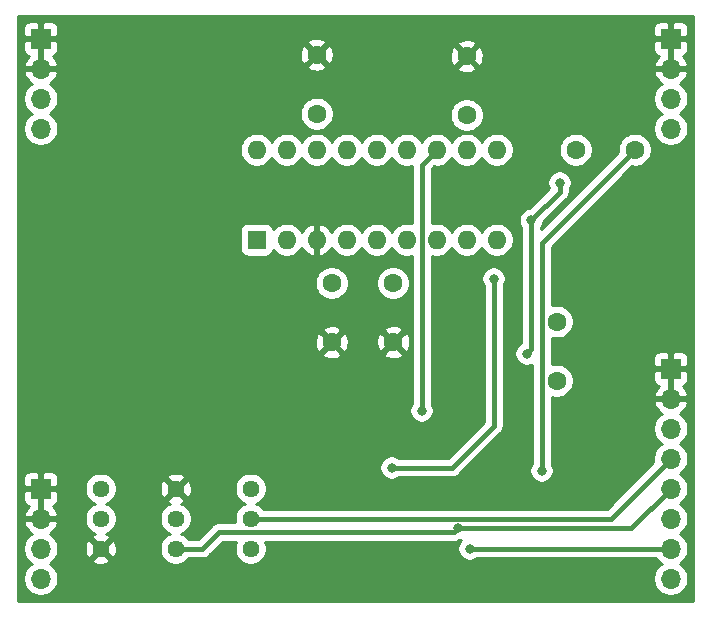
<source format=gbr>
G04 #@! TF.GenerationSoftware,KiCad,Pcbnew,5.1.6-c6e7f7d~87~ubuntu18.04.1*
G04 #@! TF.CreationDate,2020-08-01T12:16:40-04:00*
G04 #@! TF.ProjectId,CEM3320_LPF_plug_in_board,43454d33-3332-4305-9f4c-50465f706c75,1*
G04 #@! TF.SameCoordinates,Original*
G04 #@! TF.FileFunction,Copper,L2,Bot*
G04 #@! TF.FilePolarity,Positive*
%FSLAX46Y46*%
G04 Gerber Fmt 4.6, Leading zero omitted, Abs format (unit mm)*
G04 Created by KiCad (PCBNEW 5.1.6-c6e7f7d~87~ubuntu18.04.1) date 2020-08-01 12:16:40*
%MOMM*%
%LPD*%
G01*
G04 APERTURE LIST*
G04 #@! TA.AperFunction,ComponentPad*
%ADD10C,1.600000*%
G04 #@! TD*
G04 #@! TA.AperFunction,ComponentPad*
%ADD11O,1.600000X1.600000*%
G04 #@! TD*
G04 #@! TA.AperFunction,ComponentPad*
%ADD12R,1.600000X1.600000*%
G04 #@! TD*
G04 #@! TA.AperFunction,ComponentPad*
%ADD13C,1.440000*%
G04 #@! TD*
G04 #@! TA.AperFunction,ComponentPad*
%ADD14O,1.700000X1.700000*%
G04 #@! TD*
G04 #@! TA.AperFunction,ComponentPad*
%ADD15R,1.700000X1.700000*%
G04 #@! TD*
G04 #@! TA.AperFunction,ViaPad*
%ADD16C,1.000000*%
G04 #@! TD*
G04 #@! TA.AperFunction,ViaPad*
%ADD17C,0.800000*%
G04 #@! TD*
G04 #@! TA.AperFunction,Conductor*
%ADD18C,0.400000*%
G04 #@! TD*
G04 #@! TA.AperFunction,Conductor*
%ADD19C,0.254000*%
G04 #@! TD*
G04 APERTURE END LIST*
D10*
X165608000Y-80217000D03*
X165608000Y-85217000D03*
X152908000Y-80090000D03*
X152908000Y-85090000D03*
X154178000Y-104441000D03*
X154178000Y-99441000D03*
X159385000Y-104441000D03*
X159385000Y-99441000D03*
X173228000Y-102696000D03*
X173228000Y-107696000D03*
X174832000Y-88138000D03*
X179832000Y-88138000D03*
D11*
X147828000Y-88138000D03*
X168148000Y-95758000D03*
X150368000Y-88138000D03*
X165608000Y-95758000D03*
X152908000Y-88138000D03*
X163068000Y-95758000D03*
X155448000Y-88138000D03*
X160528000Y-95758000D03*
X157988000Y-88138000D03*
X157988000Y-95758000D03*
X160528000Y-88138000D03*
X155448000Y-95758000D03*
X163068000Y-88138000D03*
X152908000Y-95758000D03*
X165608000Y-88138000D03*
X150368000Y-95758000D03*
X168148000Y-88138000D03*
D12*
X147828000Y-95758000D03*
D13*
X147320000Y-116840000D03*
X147320000Y-119380000D03*
X147320000Y-121920000D03*
X140970000Y-116840000D03*
X140970000Y-119380000D03*
X140970000Y-121920000D03*
X134620000Y-116840000D03*
X134620000Y-119380000D03*
X134620000Y-121920000D03*
D14*
X182880000Y-124460000D03*
X182880000Y-121920000D03*
X182880000Y-119380000D03*
X182880000Y-116840000D03*
X182880000Y-114300000D03*
X182880000Y-111760000D03*
X182880000Y-109220000D03*
D15*
X182880000Y-106680000D03*
D14*
X182880000Y-86360000D03*
X182880000Y-83820000D03*
X182880000Y-81280000D03*
D15*
X182880000Y-78740000D03*
D14*
X129540000Y-86360000D03*
X129540000Y-83820000D03*
X129540000Y-81280000D03*
D15*
X129540000Y-78740000D03*
D14*
X129540000Y-124460000D03*
X129540000Y-121920000D03*
X129540000Y-119380000D03*
D15*
X129540000Y-116840000D03*
D16*
X176530000Y-100965000D03*
X176530000Y-104775000D03*
X170180000Y-108585000D03*
X164465000Y-108585000D03*
X159385000Y-108585000D03*
X153670000Y-108585000D03*
X148590000Y-108585000D03*
X177165000Y-85725000D03*
X179070000Y-92075000D03*
X158750000Y-92710000D03*
X165100000Y-90170000D03*
X145415000Y-92075000D03*
X140970000Y-92075000D03*
X133350000Y-93980000D03*
D17*
X165862000Y-121920000D03*
X164846006Y-120180010D03*
X173482000Y-90932000D03*
X171069000Y-94107000D03*
X170687992Y-105410000D03*
X171958000Y-115316000D03*
X159258000Y-115062000D03*
X167894000Y-99060000D03*
X161798000Y-110236000D03*
D18*
X182880000Y-121920000D02*
X165862000Y-121920000D01*
X182880000Y-116840000D02*
X179539990Y-120180010D01*
X179539990Y-120180010D02*
X164846006Y-120180010D01*
X173482000Y-91694000D02*
X171069000Y-94107000D01*
X173482000Y-90932000D02*
X173482000Y-91694000D01*
X171069000Y-105028992D02*
X170687992Y-105410000D01*
X171069000Y-94107000D02*
X171069000Y-105028992D01*
X164526015Y-120500001D02*
X164846006Y-120180010D01*
X144630001Y-120500001D02*
X164526015Y-120500001D01*
X140970000Y-121920000D02*
X143210002Y-121920000D01*
X143210002Y-121920000D02*
X144630001Y-120500001D01*
X171958000Y-96012000D02*
X179832000Y-88138000D01*
X171958000Y-115316000D02*
X171958000Y-96012000D01*
X177800000Y-119380000D02*
X162052000Y-119380000D01*
X162052000Y-119380000D02*
X147320000Y-119380000D01*
X182880000Y-114300000D02*
X177800000Y-119380000D01*
X159258000Y-115062000D02*
X164338000Y-115062000D01*
X167894000Y-111506000D02*
X167894000Y-99060000D01*
X164338000Y-115062000D02*
X167894000Y-111506000D01*
X161798000Y-89408000D02*
X161798000Y-110236000D01*
X163068000Y-88138000D02*
X161798000Y-89408000D01*
D19*
G36*
X184760001Y-126340000D02*
G01*
X127660000Y-126340000D01*
X127660000Y-121773740D01*
X128055000Y-121773740D01*
X128055000Y-122066260D01*
X128112068Y-122353158D01*
X128224010Y-122623411D01*
X128386525Y-122866632D01*
X128593368Y-123073475D01*
X128767760Y-123190000D01*
X128593368Y-123306525D01*
X128386525Y-123513368D01*
X128224010Y-123756589D01*
X128112068Y-124026842D01*
X128055000Y-124313740D01*
X128055000Y-124606260D01*
X128112068Y-124893158D01*
X128224010Y-125163411D01*
X128386525Y-125406632D01*
X128593368Y-125613475D01*
X128836589Y-125775990D01*
X129106842Y-125887932D01*
X129393740Y-125945000D01*
X129686260Y-125945000D01*
X129973158Y-125887932D01*
X130243411Y-125775990D01*
X130486632Y-125613475D01*
X130693475Y-125406632D01*
X130855990Y-125163411D01*
X130967932Y-124893158D01*
X131025000Y-124606260D01*
X131025000Y-124313740D01*
X130967932Y-124026842D01*
X130855990Y-123756589D01*
X130693475Y-123513368D01*
X130486632Y-123306525D01*
X130312240Y-123190000D01*
X130486632Y-123073475D01*
X130693475Y-122866632D01*
X130700873Y-122855560D01*
X133864045Y-122855560D01*
X133925932Y-123091368D01*
X134167790Y-123204266D01*
X134427027Y-123267811D01*
X134693680Y-123279561D01*
X134957501Y-123239063D01*
X135208353Y-123147875D01*
X135314068Y-123091368D01*
X135375955Y-122855560D01*
X134620000Y-122099605D01*
X133864045Y-122855560D01*
X130700873Y-122855560D01*
X130855990Y-122623411D01*
X130967932Y-122353158D01*
X131025000Y-122066260D01*
X131025000Y-121993680D01*
X133260439Y-121993680D01*
X133300937Y-122257501D01*
X133392125Y-122508353D01*
X133448632Y-122614068D01*
X133684440Y-122675955D01*
X134440395Y-121920000D01*
X134799605Y-121920000D01*
X135555560Y-122675955D01*
X135791368Y-122614068D01*
X135904266Y-122372210D01*
X135967811Y-122112973D01*
X135979561Y-121846320D01*
X135939063Y-121582499D01*
X135847875Y-121331647D01*
X135791368Y-121225932D01*
X135555560Y-121164045D01*
X134799605Y-121920000D01*
X134440395Y-121920000D01*
X133684440Y-121164045D01*
X133448632Y-121225932D01*
X133335734Y-121467790D01*
X133272189Y-121727027D01*
X133260439Y-121993680D01*
X131025000Y-121993680D01*
X131025000Y-121773740D01*
X130967932Y-121486842D01*
X130855990Y-121216589D01*
X130693475Y-120973368D01*
X130486632Y-120766525D01*
X130304466Y-120644805D01*
X130421355Y-120575178D01*
X130637588Y-120380269D01*
X130811641Y-120146920D01*
X130936825Y-119884099D01*
X130981476Y-119736890D01*
X130860155Y-119507000D01*
X129667000Y-119507000D01*
X129667000Y-119527000D01*
X129413000Y-119527000D01*
X129413000Y-119507000D01*
X128219845Y-119507000D01*
X128098524Y-119736890D01*
X128143175Y-119884099D01*
X128268359Y-120146920D01*
X128442412Y-120380269D01*
X128658645Y-120575178D01*
X128775534Y-120644805D01*
X128593368Y-120766525D01*
X128386525Y-120973368D01*
X128224010Y-121216589D01*
X128112068Y-121486842D01*
X128055000Y-121773740D01*
X127660000Y-121773740D01*
X127660000Y-117690000D01*
X128051928Y-117690000D01*
X128064188Y-117814482D01*
X128100498Y-117934180D01*
X128159463Y-118044494D01*
X128238815Y-118141185D01*
X128335506Y-118220537D01*
X128445820Y-118279502D01*
X128526466Y-118303966D01*
X128442412Y-118379731D01*
X128268359Y-118613080D01*
X128143175Y-118875901D01*
X128098524Y-119023110D01*
X128219845Y-119253000D01*
X129413000Y-119253000D01*
X129413000Y-116967000D01*
X129667000Y-116967000D01*
X129667000Y-119253000D01*
X130860155Y-119253000D01*
X130981476Y-119023110D01*
X130936825Y-118875901D01*
X130811641Y-118613080D01*
X130637588Y-118379731D01*
X130553534Y-118303966D01*
X130634180Y-118279502D01*
X130744494Y-118220537D01*
X130841185Y-118141185D01*
X130920537Y-118044494D01*
X130979502Y-117934180D01*
X131015812Y-117814482D01*
X131028072Y-117690000D01*
X131025000Y-117125750D01*
X130866250Y-116967000D01*
X129667000Y-116967000D01*
X129413000Y-116967000D01*
X128213750Y-116967000D01*
X128055000Y-117125750D01*
X128051928Y-117690000D01*
X127660000Y-117690000D01*
X127660000Y-115990000D01*
X128051928Y-115990000D01*
X128055000Y-116554250D01*
X128213750Y-116713000D01*
X129413000Y-116713000D01*
X129413000Y-115513750D01*
X129667000Y-115513750D01*
X129667000Y-116713000D01*
X130866250Y-116713000D01*
X130872706Y-116706544D01*
X133265000Y-116706544D01*
X133265000Y-116973456D01*
X133317072Y-117235239D01*
X133419215Y-117481833D01*
X133567503Y-117703762D01*
X133756238Y-117892497D01*
X133978167Y-118040785D01*
X134145266Y-118110000D01*
X133978167Y-118179215D01*
X133756238Y-118327503D01*
X133567503Y-118516238D01*
X133419215Y-118738167D01*
X133317072Y-118984761D01*
X133265000Y-119246544D01*
X133265000Y-119513456D01*
X133317072Y-119775239D01*
X133419215Y-120021833D01*
X133567503Y-120243762D01*
X133756238Y-120432497D01*
X133978167Y-120580785D01*
X134146324Y-120650438D01*
X134031647Y-120692125D01*
X133925932Y-120748632D01*
X133864045Y-120984440D01*
X134620000Y-121740395D01*
X135375955Y-120984440D01*
X135314068Y-120748632D01*
X135098993Y-120648236D01*
X135261833Y-120580785D01*
X135483762Y-120432497D01*
X135672497Y-120243762D01*
X135820785Y-120021833D01*
X135922928Y-119775239D01*
X135975000Y-119513456D01*
X135975000Y-119246544D01*
X139615000Y-119246544D01*
X139615000Y-119513456D01*
X139667072Y-119775239D01*
X139769215Y-120021833D01*
X139917503Y-120243762D01*
X140106238Y-120432497D01*
X140328167Y-120580785D01*
X140495266Y-120650000D01*
X140328167Y-120719215D01*
X140106238Y-120867503D01*
X139917503Y-121056238D01*
X139769215Y-121278167D01*
X139667072Y-121524761D01*
X139615000Y-121786544D01*
X139615000Y-122053456D01*
X139667072Y-122315239D01*
X139769215Y-122561833D01*
X139917503Y-122783762D01*
X140106238Y-122972497D01*
X140328167Y-123120785D01*
X140574761Y-123222928D01*
X140836544Y-123275000D01*
X141103456Y-123275000D01*
X141365239Y-123222928D01*
X141611833Y-123120785D01*
X141833762Y-122972497D01*
X142022497Y-122783762D01*
X142041715Y-122755000D01*
X143168984Y-122755000D01*
X143210002Y-122759040D01*
X143251020Y-122755000D01*
X143251021Y-122755000D01*
X143373691Y-122742918D01*
X143531089Y-122695172D01*
X143676148Y-122617636D01*
X143803293Y-122513291D01*
X143829448Y-122481422D01*
X144975870Y-121335001D01*
X146095673Y-121335001D01*
X146017072Y-121524761D01*
X145965000Y-121786544D01*
X145965000Y-122053456D01*
X146017072Y-122315239D01*
X146119215Y-122561833D01*
X146267503Y-122783762D01*
X146456238Y-122972497D01*
X146678167Y-123120785D01*
X146924761Y-123222928D01*
X147186544Y-123275000D01*
X147453456Y-123275000D01*
X147715239Y-123222928D01*
X147961833Y-123120785D01*
X148183762Y-122972497D01*
X148372497Y-122783762D01*
X148520785Y-122561833D01*
X148622928Y-122315239D01*
X148675000Y-122053456D01*
X148675000Y-121786544D01*
X148622928Y-121524761D01*
X148544327Y-121335001D01*
X164484997Y-121335001D01*
X164526015Y-121339041D01*
X164567033Y-121335001D01*
X164567034Y-121335001D01*
X164689704Y-121322919D01*
X164847102Y-121275173D01*
X164966601Y-121211299D01*
X165141848Y-121176441D01*
X165058063Y-121260226D01*
X164944795Y-121429744D01*
X164866774Y-121618102D01*
X164827000Y-121818061D01*
X164827000Y-122021939D01*
X164866774Y-122221898D01*
X164944795Y-122410256D01*
X165058063Y-122579774D01*
X165202226Y-122723937D01*
X165371744Y-122837205D01*
X165560102Y-122915226D01*
X165760061Y-122955000D01*
X165963939Y-122955000D01*
X166163898Y-122915226D01*
X166352256Y-122837205D01*
X166475285Y-122755000D01*
X181651935Y-122755000D01*
X181726525Y-122866632D01*
X181933368Y-123073475D01*
X182107760Y-123190000D01*
X181933368Y-123306525D01*
X181726525Y-123513368D01*
X181564010Y-123756589D01*
X181452068Y-124026842D01*
X181395000Y-124313740D01*
X181395000Y-124606260D01*
X181452068Y-124893158D01*
X181564010Y-125163411D01*
X181726525Y-125406632D01*
X181933368Y-125613475D01*
X182176589Y-125775990D01*
X182446842Y-125887932D01*
X182733740Y-125945000D01*
X183026260Y-125945000D01*
X183313158Y-125887932D01*
X183583411Y-125775990D01*
X183826632Y-125613475D01*
X184033475Y-125406632D01*
X184195990Y-125163411D01*
X184307932Y-124893158D01*
X184365000Y-124606260D01*
X184365000Y-124313740D01*
X184307932Y-124026842D01*
X184195990Y-123756589D01*
X184033475Y-123513368D01*
X183826632Y-123306525D01*
X183652240Y-123190000D01*
X183826632Y-123073475D01*
X184033475Y-122866632D01*
X184195990Y-122623411D01*
X184307932Y-122353158D01*
X184365000Y-122066260D01*
X184365000Y-121773740D01*
X184307932Y-121486842D01*
X184195990Y-121216589D01*
X184033475Y-120973368D01*
X183826632Y-120766525D01*
X183652240Y-120650000D01*
X183826632Y-120533475D01*
X184033475Y-120326632D01*
X184195990Y-120083411D01*
X184307932Y-119813158D01*
X184365000Y-119526260D01*
X184365000Y-119233740D01*
X184307932Y-118946842D01*
X184195990Y-118676589D01*
X184033475Y-118433368D01*
X183826632Y-118226525D01*
X183652240Y-118110000D01*
X183826632Y-117993475D01*
X184033475Y-117786632D01*
X184195990Y-117543411D01*
X184307932Y-117273158D01*
X184365000Y-116986260D01*
X184365000Y-116693740D01*
X184307932Y-116406842D01*
X184195990Y-116136589D01*
X184033475Y-115893368D01*
X183826632Y-115686525D01*
X183652240Y-115570000D01*
X183826632Y-115453475D01*
X184033475Y-115246632D01*
X184195990Y-115003411D01*
X184307932Y-114733158D01*
X184365000Y-114446260D01*
X184365000Y-114153740D01*
X184307932Y-113866842D01*
X184195990Y-113596589D01*
X184033475Y-113353368D01*
X183826632Y-113146525D01*
X183652240Y-113030000D01*
X183826632Y-112913475D01*
X184033475Y-112706632D01*
X184195990Y-112463411D01*
X184307932Y-112193158D01*
X184365000Y-111906260D01*
X184365000Y-111613740D01*
X184307932Y-111326842D01*
X184195990Y-111056589D01*
X184033475Y-110813368D01*
X183826632Y-110606525D01*
X183644466Y-110484805D01*
X183761355Y-110415178D01*
X183977588Y-110220269D01*
X184151641Y-109986920D01*
X184276825Y-109724099D01*
X184321476Y-109576890D01*
X184200155Y-109347000D01*
X183007000Y-109347000D01*
X183007000Y-109367000D01*
X182753000Y-109367000D01*
X182753000Y-109347000D01*
X181559845Y-109347000D01*
X181438524Y-109576890D01*
X181483175Y-109724099D01*
X181608359Y-109986920D01*
X181782412Y-110220269D01*
X181998645Y-110415178D01*
X182115534Y-110484805D01*
X181933368Y-110606525D01*
X181726525Y-110813368D01*
X181564010Y-111056589D01*
X181452068Y-111326842D01*
X181395000Y-111613740D01*
X181395000Y-111906260D01*
X181452068Y-112193158D01*
X181564010Y-112463411D01*
X181726525Y-112706632D01*
X181933368Y-112913475D01*
X182107760Y-113030000D01*
X181933368Y-113146525D01*
X181726525Y-113353368D01*
X181564010Y-113596589D01*
X181452068Y-113866842D01*
X181395000Y-114153740D01*
X181395000Y-114446260D01*
X181421193Y-114577939D01*
X177454133Y-118545000D01*
X148391715Y-118545000D01*
X148372497Y-118516238D01*
X148183762Y-118327503D01*
X147961833Y-118179215D01*
X147794734Y-118110000D01*
X147961833Y-118040785D01*
X148183762Y-117892497D01*
X148372497Y-117703762D01*
X148520785Y-117481833D01*
X148622928Y-117235239D01*
X148675000Y-116973456D01*
X148675000Y-116706544D01*
X148622928Y-116444761D01*
X148520785Y-116198167D01*
X148372497Y-115976238D01*
X148183762Y-115787503D01*
X147961833Y-115639215D01*
X147715239Y-115537072D01*
X147453456Y-115485000D01*
X147186544Y-115485000D01*
X146924761Y-115537072D01*
X146678167Y-115639215D01*
X146456238Y-115787503D01*
X146267503Y-115976238D01*
X146119215Y-116198167D01*
X146017072Y-116444761D01*
X145965000Y-116706544D01*
X145965000Y-116973456D01*
X146017072Y-117235239D01*
X146119215Y-117481833D01*
X146267503Y-117703762D01*
X146456238Y-117892497D01*
X146678167Y-118040785D01*
X146845266Y-118110000D01*
X146678167Y-118179215D01*
X146456238Y-118327503D01*
X146267503Y-118516238D01*
X146119215Y-118738167D01*
X146017072Y-118984761D01*
X145965000Y-119246544D01*
X145965000Y-119513456D01*
X145995144Y-119665001D01*
X144671019Y-119665001D01*
X144630001Y-119660961D01*
X144466312Y-119677083D01*
X144308914Y-119724829D01*
X144163855Y-119802365D01*
X144071557Y-119878112D01*
X144036710Y-119906710D01*
X144010564Y-119938569D01*
X142864135Y-121085000D01*
X142041715Y-121085000D01*
X142022497Y-121056238D01*
X141833762Y-120867503D01*
X141611833Y-120719215D01*
X141444734Y-120650000D01*
X141611833Y-120580785D01*
X141833762Y-120432497D01*
X142022497Y-120243762D01*
X142170785Y-120021833D01*
X142272928Y-119775239D01*
X142325000Y-119513456D01*
X142325000Y-119246544D01*
X142272928Y-118984761D01*
X142170785Y-118738167D01*
X142022497Y-118516238D01*
X141833762Y-118327503D01*
X141611833Y-118179215D01*
X141443676Y-118109562D01*
X141558353Y-118067875D01*
X141664068Y-118011368D01*
X141725955Y-117775560D01*
X140970000Y-117019605D01*
X140214045Y-117775560D01*
X140275932Y-118011368D01*
X140491007Y-118111764D01*
X140328167Y-118179215D01*
X140106238Y-118327503D01*
X139917503Y-118516238D01*
X139769215Y-118738167D01*
X139667072Y-118984761D01*
X139615000Y-119246544D01*
X135975000Y-119246544D01*
X135922928Y-118984761D01*
X135820785Y-118738167D01*
X135672497Y-118516238D01*
X135483762Y-118327503D01*
X135261833Y-118179215D01*
X135094734Y-118110000D01*
X135261833Y-118040785D01*
X135483762Y-117892497D01*
X135672497Y-117703762D01*
X135820785Y-117481833D01*
X135922928Y-117235239D01*
X135975000Y-116973456D01*
X135975000Y-116913680D01*
X139610439Y-116913680D01*
X139650937Y-117177501D01*
X139742125Y-117428353D01*
X139798632Y-117534068D01*
X140034440Y-117595955D01*
X140790395Y-116840000D01*
X141149605Y-116840000D01*
X141905560Y-117595955D01*
X142141368Y-117534068D01*
X142254266Y-117292210D01*
X142317811Y-117032973D01*
X142329561Y-116766320D01*
X142289063Y-116502499D01*
X142197875Y-116251647D01*
X142141368Y-116145932D01*
X141905560Y-116084045D01*
X141149605Y-116840000D01*
X140790395Y-116840000D01*
X140034440Y-116084045D01*
X139798632Y-116145932D01*
X139685734Y-116387790D01*
X139622189Y-116647027D01*
X139610439Y-116913680D01*
X135975000Y-116913680D01*
X135975000Y-116706544D01*
X135922928Y-116444761D01*
X135820785Y-116198167D01*
X135672497Y-115976238D01*
X135600699Y-115904440D01*
X140214045Y-115904440D01*
X140970000Y-116660395D01*
X141725955Y-115904440D01*
X141664068Y-115668632D01*
X141422210Y-115555734D01*
X141162973Y-115492189D01*
X140896320Y-115480439D01*
X140632499Y-115520937D01*
X140381647Y-115612125D01*
X140275932Y-115668632D01*
X140214045Y-115904440D01*
X135600699Y-115904440D01*
X135483762Y-115787503D01*
X135261833Y-115639215D01*
X135015239Y-115537072D01*
X134753456Y-115485000D01*
X134486544Y-115485000D01*
X134224761Y-115537072D01*
X133978167Y-115639215D01*
X133756238Y-115787503D01*
X133567503Y-115976238D01*
X133419215Y-116198167D01*
X133317072Y-116444761D01*
X133265000Y-116706544D01*
X130872706Y-116706544D01*
X131025000Y-116554250D01*
X131028072Y-115990000D01*
X131015812Y-115865518D01*
X130979502Y-115745820D01*
X130920537Y-115635506D01*
X130841185Y-115538815D01*
X130744494Y-115459463D01*
X130634180Y-115400498D01*
X130514482Y-115364188D01*
X130390000Y-115351928D01*
X129825750Y-115355000D01*
X129667000Y-115513750D01*
X129413000Y-115513750D01*
X129254250Y-115355000D01*
X128690000Y-115351928D01*
X128565518Y-115364188D01*
X128445820Y-115400498D01*
X128335506Y-115459463D01*
X128238815Y-115538815D01*
X128159463Y-115635506D01*
X128100498Y-115745820D01*
X128064188Y-115865518D01*
X128051928Y-115990000D01*
X127660000Y-115990000D01*
X127660000Y-114960061D01*
X158223000Y-114960061D01*
X158223000Y-115163939D01*
X158262774Y-115363898D01*
X158340795Y-115552256D01*
X158454063Y-115721774D01*
X158598226Y-115865937D01*
X158767744Y-115979205D01*
X158956102Y-116057226D01*
X159156061Y-116097000D01*
X159359939Y-116097000D01*
X159559898Y-116057226D01*
X159748256Y-115979205D01*
X159871285Y-115897000D01*
X164296982Y-115897000D01*
X164338000Y-115901040D01*
X164379018Y-115897000D01*
X164379019Y-115897000D01*
X164501689Y-115884918D01*
X164659087Y-115837172D01*
X164804146Y-115759636D01*
X164931291Y-115655291D01*
X164957446Y-115623421D01*
X168455428Y-112125440D01*
X168487291Y-112099291D01*
X168591636Y-111972146D01*
X168669172Y-111827087D01*
X168716918Y-111669689D01*
X168729000Y-111547019D01*
X168729000Y-111547009D01*
X168733039Y-111506001D01*
X168729000Y-111464993D01*
X168729000Y-105308061D01*
X169652992Y-105308061D01*
X169652992Y-105511939D01*
X169692766Y-105711898D01*
X169770787Y-105900256D01*
X169884055Y-106069774D01*
X170028218Y-106213937D01*
X170197736Y-106327205D01*
X170386094Y-106405226D01*
X170586053Y-106445000D01*
X170789931Y-106445000D01*
X170989890Y-106405226D01*
X171123000Y-106350089D01*
X171123000Y-114702715D01*
X171040795Y-114825744D01*
X170962774Y-115014102D01*
X170923000Y-115214061D01*
X170923000Y-115417939D01*
X170962774Y-115617898D01*
X171040795Y-115806256D01*
X171154063Y-115975774D01*
X171298226Y-116119937D01*
X171467744Y-116233205D01*
X171656102Y-116311226D01*
X171856061Y-116351000D01*
X172059939Y-116351000D01*
X172259898Y-116311226D01*
X172448256Y-116233205D01*
X172617774Y-116119937D01*
X172761937Y-115975774D01*
X172875205Y-115806256D01*
X172953226Y-115617898D01*
X172993000Y-115417939D01*
X172993000Y-115214061D01*
X172953226Y-115014102D01*
X172875205Y-114825744D01*
X172793000Y-114702715D01*
X172793000Y-109069049D01*
X172809426Y-109075853D01*
X173086665Y-109131000D01*
X173369335Y-109131000D01*
X173646574Y-109075853D01*
X173907727Y-108967680D01*
X174142759Y-108810637D01*
X174342637Y-108610759D01*
X174499680Y-108375727D01*
X174607853Y-108114574D01*
X174663000Y-107837335D01*
X174663000Y-107554665D01*
X174658094Y-107530000D01*
X181391928Y-107530000D01*
X181404188Y-107654482D01*
X181440498Y-107774180D01*
X181499463Y-107884494D01*
X181578815Y-107981185D01*
X181675506Y-108060537D01*
X181785820Y-108119502D01*
X181866466Y-108143966D01*
X181782412Y-108219731D01*
X181608359Y-108453080D01*
X181483175Y-108715901D01*
X181438524Y-108863110D01*
X181559845Y-109093000D01*
X182753000Y-109093000D01*
X182753000Y-106807000D01*
X183007000Y-106807000D01*
X183007000Y-109093000D01*
X184200155Y-109093000D01*
X184321476Y-108863110D01*
X184276825Y-108715901D01*
X184151641Y-108453080D01*
X183977588Y-108219731D01*
X183893534Y-108143966D01*
X183974180Y-108119502D01*
X184084494Y-108060537D01*
X184181185Y-107981185D01*
X184260537Y-107884494D01*
X184319502Y-107774180D01*
X184355812Y-107654482D01*
X184368072Y-107530000D01*
X184365000Y-106965750D01*
X184206250Y-106807000D01*
X183007000Y-106807000D01*
X182753000Y-106807000D01*
X181553750Y-106807000D01*
X181395000Y-106965750D01*
X181391928Y-107530000D01*
X174658094Y-107530000D01*
X174607853Y-107277426D01*
X174499680Y-107016273D01*
X174342637Y-106781241D01*
X174142759Y-106581363D01*
X173907727Y-106424320D01*
X173646574Y-106316147D01*
X173369335Y-106261000D01*
X173086665Y-106261000D01*
X172809426Y-106316147D01*
X172793000Y-106322951D01*
X172793000Y-105830000D01*
X181391928Y-105830000D01*
X181395000Y-106394250D01*
X181553750Y-106553000D01*
X182753000Y-106553000D01*
X182753000Y-105353750D01*
X183007000Y-105353750D01*
X183007000Y-106553000D01*
X184206250Y-106553000D01*
X184365000Y-106394250D01*
X184368072Y-105830000D01*
X184355812Y-105705518D01*
X184319502Y-105585820D01*
X184260537Y-105475506D01*
X184181185Y-105378815D01*
X184084494Y-105299463D01*
X183974180Y-105240498D01*
X183854482Y-105204188D01*
X183730000Y-105191928D01*
X183165750Y-105195000D01*
X183007000Y-105353750D01*
X182753000Y-105353750D01*
X182594250Y-105195000D01*
X182030000Y-105191928D01*
X181905518Y-105204188D01*
X181785820Y-105240498D01*
X181675506Y-105299463D01*
X181578815Y-105378815D01*
X181499463Y-105475506D01*
X181440498Y-105585820D01*
X181404188Y-105705518D01*
X181391928Y-105830000D01*
X172793000Y-105830000D01*
X172793000Y-104069049D01*
X172809426Y-104075853D01*
X173086665Y-104131000D01*
X173369335Y-104131000D01*
X173646574Y-104075853D01*
X173907727Y-103967680D01*
X174142759Y-103810637D01*
X174342637Y-103610759D01*
X174499680Y-103375727D01*
X174607853Y-103114574D01*
X174663000Y-102837335D01*
X174663000Y-102554665D01*
X174607853Y-102277426D01*
X174499680Y-102016273D01*
X174342637Y-101781241D01*
X174142759Y-101581363D01*
X173907727Y-101424320D01*
X173646574Y-101316147D01*
X173369335Y-101261000D01*
X173086665Y-101261000D01*
X172809426Y-101316147D01*
X172793000Y-101322951D01*
X172793000Y-96357867D01*
X179596583Y-89554286D01*
X179690665Y-89573000D01*
X179973335Y-89573000D01*
X180250574Y-89517853D01*
X180511727Y-89409680D01*
X180746759Y-89252637D01*
X180946637Y-89052759D01*
X181103680Y-88817727D01*
X181211853Y-88556574D01*
X181267000Y-88279335D01*
X181267000Y-87996665D01*
X181211853Y-87719426D01*
X181103680Y-87458273D01*
X180946637Y-87223241D01*
X180746759Y-87023363D01*
X180511727Y-86866320D01*
X180250574Y-86758147D01*
X179973335Y-86703000D01*
X179690665Y-86703000D01*
X179413426Y-86758147D01*
X179152273Y-86866320D01*
X178917241Y-87023363D01*
X178717363Y-87223241D01*
X178560320Y-87458273D01*
X178452147Y-87719426D01*
X178397000Y-87996665D01*
X178397000Y-88279335D01*
X178415714Y-88373417D01*
X171904000Y-94885133D01*
X171904000Y-94720285D01*
X171986205Y-94597256D01*
X172064226Y-94408898D01*
X172093093Y-94263775D01*
X174043427Y-92313441D01*
X174075291Y-92287291D01*
X174179636Y-92160146D01*
X174257172Y-92015087D01*
X174304918Y-91857689D01*
X174317000Y-91735019D01*
X174317000Y-91735009D01*
X174321039Y-91694001D01*
X174317000Y-91652993D01*
X174317000Y-91545285D01*
X174399205Y-91422256D01*
X174477226Y-91233898D01*
X174517000Y-91033939D01*
X174517000Y-90830061D01*
X174477226Y-90630102D01*
X174399205Y-90441744D01*
X174285937Y-90272226D01*
X174141774Y-90128063D01*
X173972256Y-90014795D01*
X173783898Y-89936774D01*
X173583939Y-89897000D01*
X173380061Y-89897000D01*
X173180102Y-89936774D01*
X172991744Y-90014795D01*
X172822226Y-90128063D01*
X172678063Y-90272226D01*
X172564795Y-90441744D01*
X172486774Y-90630102D01*
X172447000Y-90830061D01*
X172447000Y-91033939D01*
X172486774Y-91233898D01*
X172564795Y-91422256D01*
X172568032Y-91427100D01*
X170912225Y-93082907D01*
X170767102Y-93111774D01*
X170578744Y-93189795D01*
X170409226Y-93303063D01*
X170265063Y-93447226D01*
X170151795Y-93616744D01*
X170073774Y-93805102D01*
X170034000Y-94005061D01*
X170034000Y-94208939D01*
X170073774Y-94408898D01*
X170151795Y-94597256D01*
X170234000Y-94720285D01*
X170234001Y-104477773D01*
X170197736Y-104492795D01*
X170028218Y-104606063D01*
X169884055Y-104750226D01*
X169770787Y-104919744D01*
X169692766Y-105108102D01*
X169652992Y-105308061D01*
X168729000Y-105308061D01*
X168729000Y-99673285D01*
X168811205Y-99550256D01*
X168889226Y-99361898D01*
X168929000Y-99161939D01*
X168929000Y-98958061D01*
X168889226Y-98758102D01*
X168811205Y-98569744D01*
X168697937Y-98400226D01*
X168553774Y-98256063D01*
X168384256Y-98142795D01*
X168195898Y-98064774D01*
X167995939Y-98025000D01*
X167792061Y-98025000D01*
X167592102Y-98064774D01*
X167403744Y-98142795D01*
X167234226Y-98256063D01*
X167090063Y-98400226D01*
X166976795Y-98569744D01*
X166898774Y-98758102D01*
X166859000Y-98958061D01*
X166859000Y-99161939D01*
X166898774Y-99361898D01*
X166976795Y-99550256D01*
X167059001Y-99673286D01*
X167059000Y-111160132D01*
X163992133Y-114227000D01*
X159871285Y-114227000D01*
X159748256Y-114144795D01*
X159559898Y-114066774D01*
X159359939Y-114027000D01*
X159156061Y-114027000D01*
X158956102Y-114066774D01*
X158767744Y-114144795D01*
X158598226Y-114258063D01*
X158454063Y-114402226D01*
X158340795Y-114571744D01*
X158262774Y-114760102D01*
X158223000Y-114960061D01*
X127660000Y-114960061D01*
X127660000Y-105433702D01*
X153364903Y-105433702D01*
X153436486Y-105677671D01*
X153691996Y-105798571D01*
X153966184Y-105867300D01*
X154248512Y-105881217D01*
X154528130Y-105839787D01*
X154794292Y-105744603D01*
X154919514Y-105677671D01*
X154991097Y-105433702D01*
X158571903Y-105433702D01*
X158643486Y-105677671D01*
X158898996Y-105798571D01*
X159173184Y-105867300D01*
X159455512Y-105881217D01*
X159735130Y-105839787D01*
X160001292Y-105744603D01*
X160126514Y-105677671D01*
X160198097Y-105433702D01*
X159385000Y-104620605D01*
X158571903Y-105433702D01*
X154991097Y-105433702D01*
X154178000Y-104620605D01*
X153364903Y-105433702D01*
X127660000Y-105433702D01*
X127660000Y-104511512D01*
X152737783Y-104511512D01*
X152779213Y-104791130D01*
X152874397Y-105057292D01*
X152941329Y-105182514D01*
X153185298Y-105254097D01*
X153998395Y-104441000D01*
X154357605Y-104441000D01*
X155170702Y-105254097D01*
X155414671Y-105182514D01*
X155535571Y-104927004D01*
X155604300Y-104652816D01*
X155611265Y-104511512D01*
X157944783Y-104511512D01*
X157986213Y-104791130D01*
X158081397Y-105057292D01*
X158148329Y-105182514D01*
X158392298Y-105254097D01*
X159205395Y-104441000D01*
X159564605Y-104441000D01*
X160377702Y-105254097D01*
X160621671Y-105182514D01*
X160742571Y-104927004D01*
X160811300Y-104652816D01*
X160825217Y-104370488D01*
X160783787Y-104090870D01*
X160688603Y-103824708D01*
X160621671Y-103699486D01*
X160377702Y-103627903D01*
X159564605Y-104441000D01*
X159205395Y-104441000D01*
X158392298Y-103627903D01*
X158148329Y-103699486D01*
X158027429Y-103954996D01*
X157958700Y-104229184D01*
X157944783Y-104511512D01*
X155611265Y-104511512D01*
X155618217Y-104370488D01*
X155576787Y-104090870D01*
X155481603Y-103824708D01*
X155414671Y-103699486D01*
X155170702Y-103627903D01*
X154357605Y-104441000D01*
X153998395Y-104441000D01*
X153185298Y-103627903D01*
X152941329Y-103699486D01*
X152820429Y-103954996D01*
X152751700Y-104229184D01*
X152737783Y-104511512D01*
X127660000Y-104511512D01*
X127660000Y-103448298D01*
X153364903Y-103448298D01*
X154178000Y-104261395D01*
X154991097Y-103448298D01*
X158571903Y-103448298D01*
X159385000Y-104261395D01*
X160198097Y-103448298D01*
X160126514Y-103204329D01*
X159871004Y-103083429D01*
X159596816Y-103014700D01*
X159314488Y-103000783D01*
X159034870Y-103042213D01*
X158768708Y-103137397D01*
X158643486Y-103204329D01*
X158571903Y-103448298D01*
X154991097Y-103448298D01*
X154919514Y-103204329D01*
X154664004Y-103083429D01*
X154389816Y-103014700D01*
X154107488Y-103000783D01*
X153827870Y-103042213D01*
X153561708Y-103137397D01*
X153436486Y-103204329D01*
X153364903Y-103448298D01*
X127660000Y-103448298D01*
X127660000Y-99299665D01*
X152743000Y-99299665D01*
X152743000Y-99582335D01*
X152798147Y-99859574D01*
X152906320Y-100120727D01*
X153063363Y-100355759D01*
X153263241Y-100555637D01*
X153498273Y-100712680D01*
X153759426Y-100820853D01*
X154036665Y-100876000D01*
X154319335Y-100876000D01*
X154596574Y-100820853D01*
X154857727Y-100712680D01*
X155092759Y-100555637D01*
X155292637Y-100355759D01*
X155449680Y-100120727D01*
X155557853Y-99859574D01*
X155613000Y-99582335D01*
X155613000Y-99299665D01*
X157950000Y-99299665D01*
X157950000Y-99582335D01*
X158005147Y-99859574D01*
X158113320Y-100120727D01*
X158270363Y-100355759D01*
X158470241Y-100555637D01*
X158705273Y-100712680D01*
X158966426Y-100820853D01*
X159243665Y-100876000D01*
X159526335Y-100876000D01*
X159803574Y-100820853D01*
X160064727Y-100712680D01*
X160299759Y-100555637D01*
X160499637Y-100355759D01*
X160656680Y-100120727D01*
X160764853Y-99859574D01*
X160820000Y-99582335D01*
X160820000Y-99299665D01*
X160764853Y-99022426D01*
X160656680Y-98761273D01*
X160499637Y-98526241D01*
X160299759Y-98326363D01*
X160064727Y-98169320D01*
X159803574Y-98061147D01*
X159526335Y-98006000D01*
X159243665Y-98006000D01*
X158966426Y-98061147D01*
X158705273Y-98169320D01*
X158470241Y-98326363D01*
X158270363Y-98526241D01*
X158113320Y-98761273D01*
X158005147Y-99022426D01*
X157950000Y-99299665D01*
X155613000Y-99299665D01*
X155557853Y-99022426D01*
X155449680Y-98761273D01*
X155292637Y-98526241D01*
X155092759Y-98326363D01*
X154857727Y-98169320D01*
X154596574Y-98061147D01*
X154319335Y-98006000D01*
X154036665Y-98006000D01*
X153759426Y-98061147D01*
X153498273Y-98169320D01*
X153263241Y-98326363D01*
X153063363Y-98526241D01*
X152906320Y-98761273D01*
X152798147Y-99022426D01*
X152743000Y-99299665D01*
X127660000Y-99299665D01*
X127660000Y-94958000D01*
X146389928Y-94958000D01*
X146389928Y-96558000D01*
X146402188Y-96682482D01*
X146438498Y-96802180D01*
X146497463Y-96912494D01*
X146576815Y-97009185D01*
X146673506Y-97088537D01*
X146783820Y-97147502D01*
X146903518Y-97183812D01*
X147028000Y-97196072D01*
X148628000Y-97196072D01*
X148752482Y-97183812D01*
X148872180Y-97147502D01*
X148982494Y-97088537D01*
X149079185Y-97009185D01*
X149158537Y-96912494D01*
X149217502Y-96802180D01*
X149253812Y-96682482D01*
X149254643Y-96674039D01*
X149453241Y-96872637D01*
X149688273Y-97029680D01*
X149949426Y-97137853D01*
X150226665Y-97193000D01*
X150509335Y-97193000D01*
X150786574Y-97137853D01*
X151047727Y-97029680D01*
X151282759Y-96872637D01*
X151482637Y-96672759D01*
X151639680Y-96437727D01*
X151644067Y-96427135D01*
X151755615Y-96613131D01*
X151944586Y-96821519D01*
X152170580Y-96989037D01*
X152424913Y-97109246D01*
X152558961Y-97149904D01*
X152781000Y-97027915D01*
X152781000Y-95885000D01*
X152761000Y-95885000D01*
X152761000Y-95631000D01*
X152781000Y-95631000D01*
X152781000Y-94488085D01*
X152558961Y-94366096D01*
X152424913Y-94406754D01*
X152170580Y-94526963D01*
X151944586Y-94694481D01*
X151755615Y-94902869D01*
X151644067Y-95088865D01*
X151639680Y-95078273D01*
X151482637Y-94843241D01*
X151282759Y-94643363D01*
X151047727Y-94486320D01*
X150786574Y-94378147D01*
X150509335Y-94323000D01*
X150226665Y-94323000D01*
X149949426Y-94378147D01*
X149688273Y-94486320D01*
X149453241Y-94643363D01*
X149254643Y-94841961D01*
X149253812Y-94833518D01*
X149217502Y-94713820D01*
X149158537Y-94603506D01*
X149079185Y-94506815D01*
X148982494Y-94427463D01*
X148872180Y-94368498D01*
X148752482Y-94332188D01*
X148628000Y-94319928D01*
X147028000Y-94319928D01*
X146903518Y-94332188D01*
X146783820Y-94368498D01*
X146673506Y-94427463D01*
X146576815Y-94506815D01*
X146497463Y-94603506D01*
X146438498Y-94713820D01*
X146402188Y-94833518D01*
X146389928Y-94958000D01*
X127660000Y-94958000D01*
X127660000Y-87996665D01*
X146393000Y-87996665D01*
X146393000Y-88279335D01*
X146448147Y-88556574D01*
X146556320Y-88817727D01*
X146713363Y-89052759D01*
X146913241Y-89252637D01*
X147148273Y-89409680D01*
X147409426Y-89517853D01*
X147686665Y-89573000D01*
X147969335Y-89573000D01*
X148246574Y-89517853D01*
X148507727Y-89409680D01*
X148742759Y-89252637D01*
X148942637Y-89052759D01*
X149098000Y-88820241D01*
X149253363Y-89052759D01*
X149453241Y-89252637D01*
X149688273Y-89409680D01*
X149949426Y-89517853D01*
X150226665Y-89573000D01*
X150509335Y-89573000D01*
X150786574Y-89517853D01*
X151047727Y-89409680D01*
X151282759Y-89252637D01*
X151482637Y-89052759D01*
X151638000Y-88820241D01*
X151793363Y-89052759D01*
X151993241Y-89252637D01*
X152228273Y-89409680D01*
X152489426Y-89517853D01*
X152766665Y-89573000D01*
X153049335Y-89573000D01*
X153326574Y-89517853D01*
X153587727Y-89409680D01*
X153822759Y-89252637D01*
X154022637Y-89052759D01*
X154178000Y-88820241D01*
X154333363Y-89052759D01*
X154533241Y-89252637D01*
X154768273Y-89409680D01*
X155029426Y-89517853D01*
X155306665Y-89573000D01*
X155589335Y-89573000D01*
X155866574Y-89517853D01*
X156127727Y-89409680D01*
X156362759Y-89252637D01*
X156562637Y-89052759D01*
X156718000Y-88820241D01*
X156873363Y-89052759D01*
X157073241Y-89252637D01*
X157308273Y-89409680D01*
X157569426Y-89517853D01*
X157846665Y-89573000D01*
X158129335Y-89573000D01*
X158406574Y-89517853D01*
X158667727Y-89409680D01*
X158902759Y-89252637D01*
X159102637Y-89052759D01*
X159258000Y-88820241D01*
X159413363Y-89052759D01*
X159613241Y-89252637D01*
X159848273Y-89409680D01*
X160109426Y-89517853D01*
X160386665Y-89573000D01*
X160669335Y-89573000D01*
X160946574Y-89517853D01*
X160963000Y-89511049D01*
X160963000Y-94384951D01*
X160946574Y-94378147D01*
X160669335Y-94323000D01*
X160386665Y-94323000D01*
X160109426Y-94378147D01*
X159848273Y-94486320D01*
X159613241Y-94643363D01*
X159413363Y-94843241D01*
X159258000Y-95075759D01*
X159102637Y-94843241D01*
X158902759Y-94643363D01*
X158667727Y-94486320D01*
X158406574Y-94378147D01*
X158129335Y-94323000D01*
X157846665Y-94323000D01*
X157569426Y-94378147D01*
X157308273Y-94486320D01*
X157073241Y-94643363D01*
X156873363Y-94843241D01*
X156718000Y-95075759D01*
X156562637Y-94843241D01*
X156362759Y-94643363D01*
X156127727Y-94486320D01*
X155866574Y-94378147D01*
X155589335Y-94323000D01*
X155306665Y-94323000D01*
X155029426Y-94378147D01*
X154768273Y-94486320D01*
X154533241Y-94643363D01*
X154333363Y-94843241D01*
X154176320Y-95078273D01*
X154171933Y-95088865D01*
X154060385Y-94902869D01*
X153871414Y-94694481D01*
X153645420Y-94526963D01*
X153391087Y-94406754D01*
X153257039Y-94366096D01*
X153035000Y-94488085D01*
X153035000Y-95631000D01*
X153055000Y-95631000D01*
X153055000Y-95885000D01*
X153035000Y-95885000D01*
X153035000Y-97027915D01*
X153257039Y-97149904D01*
X153391087Y-97109246D01*
X153645420Y-96989037D01*
X153871414Y-96821519D01*
X154060385Y-96613131D01*
X154171933Y-96427135D01*
X154176320Y-96437727D01*
X154333363Y-96672759D01*
X154533241Y-96872637D01*
X154768273Y-97029680D01*
X155029426Y-97137853D01*
X155306665Y-97193000D01*
X155589335Y-97193000D01*
X155866574Y-97137853D01*
X156127727Y-97029680D01*
X156362759Y-96872637D01*
X156562637Y-96672759D01*
X156718000Y-96440241D01*
X156873363Y-96672759D01*
X157073241Y-96872637D01*
X157308273Y-97029680D01*
X157569426Y-97137853D01*
X157846665Y-97193000D01*
X158129335Y-97193000D01*
X158406574Y-97137853D01*
X158667727Y-97029680D01*
X158902759Y-96872637D01*
X159102637Y-96672759D01*
X159258000Y-96440241D01*
X159413363Y-96672759D01*
X159613241Y-96872637D01*
X159848273Y-97029680D01*
X160109426Y-97137853D01*
X160386665Y-97193000D01*
X160669335Y-97193000D01*
X160946574Y-97137853D01*
X160963000Y-97131049D01*
X160963001Y-109622714D01*
X160880795Y-109745744D01*
X160802774Y-109934102D01*
X160763000Y-110134061D01*
X160763000Y-110337939D01*
X160802774Y-110537898D01*
X160880795Y-110726256D01*
X160994063Y-110895774D01*
X161138226Y-111039937D01*
X161307744Y-111153205D01*
X161496102Y-111231226D01*
X161696061Y-111271000D01*
X161899939Y-111271000D01*
X162099898Y-111231226D01*
X162288256Y-111153205D01*
X162457774Y-111039937D01*
X162601937Y-110895774D01*
X162715205Y-110726256D01*
X162793226Y-110537898D01*
X162833000Y-110337939D01*
X162833000Y-110134061D01*
X162793226Y-109934102D01*
X162715205Y-109745744D01*
X162633000Y-109622715D01*
X162633000Y-97131049D01*
X162649426Y-97137853D01*
X162926665Y-97193000D01*
X163209335Y-97193000D01*
X163486574Y-97137853D01*
X163747727Y-97029680D01*
X163982759Y-96872637D01*
X164182637Y-96672759D01*
X164338000Y-96440241D01*
X164493363Y-96672759D01*
X164693241Y-96872637D01*
X164928273Y-97029680D01*
X165189426Y-97137853D01*
X165466665Y-97193000D01*
X165749335Y-97193000D01*
X166026574Y-97137853D01*
X166287727Y-97029680D01*
X166522759Y-96872637D01*
X166722637Y-96672759D01*
X166878000Y-96440241D01*
X167033363Y-96672759D01*
X167233241Y-96872637D01*
X167468273Y-97029680D01*
X167729426Y-97137853D01*
X168006665Y-97193000D01*
X168289335Y-97193000D01*
X168566574Y-97137853D01*
X168827727Y-97029680D01*
X169062759Y-96872637D01*
X169262637Y-96672759D01*
X169419680Y-96437727D01*
X169527853Y-96176574D01*
X169583000Y-95899335D01*
X169583000Y-95616665D01*
X169527853Y-95339426D01*
X169419680Y-95078273D01*
X169262637Y-94843241D01*
X169062759Y-94643363D01*
X168827727Y-94486320D01*
X168566574Y-94378147D01*
X168289335Y-94323000D01*
X168006665Y-94323000D01*
X167729426Y-94378147D01*
X167468273Y-94486320D01*
X167233241Y-94643363D01*
X167033363Y-94843241D01*
X166878000Y-95075759D01*
X166722637Y-94843241D01*
X166522759Y-94643363D01*
X166287727Y-94486320D01*
X166026574Y-94378147D01*
X165749335Y-94323000D01*
X165466665Y-94323000D01*
X165189426Y-94378147D01*
X164928273Y-94486320D01*
X164693241Y-94643363D01*
X164493363Y-94843241D01*
X164338000Y-95075759D01*
X164182637Y-94843241D01*
X163982759Y-94643363D01*
X163747727Y-94486320D01*
X163486574Y-94378147D01*
X163209335Y-94323000D01*
X162926665Y-94323000D01*
X162649426Y-94378147D01*
X162633000Y-94384951D01*
X162633000Y-89753867D01*
X162832582Y-89554285D01*
X162926665Y-89573000D01*
X163209335Y-89573000D01*
X163486574Y-89517853D01*
X163747727Y-89409680D01*
X163982759Y-89252637D01*
X164182637Y-89052759D01*
X164338000Y-88820241D01*
X164493363Y-89052759D01*
X164693241Y-89252637D01*
X164928273Y-89409680D01*
X165189426Y-89517853D01*
X165466665Y-89573000D01*
X165749335Y-89573000D01*
X166026574Y-89517853D01*
X166287727Y-89409680D01*
X166522759Y-89252637D01*
X166722637Y-89052759D01*
X166878000Y-88820241D01*
X167033363Y-89052759D01*
X167233241Y-89252637D01*
X167468273Y-89409680D01*
X167729426Y-89517853D01*
X168006665Y-89573000D01*
X168289335Y-89573000D01*
X168566574Y-89517853D01*
X168827727Y-89409680D01*
X169062759Y-89252637D01*
X169262637Y-89052759D01*
X169419680Y-88817727D01*
X169527853Y-88556574D01*
X169583000Y-88279335D01*
X169583000Y-87996665D01*
X173397000Y-87996665D01*
X173397000Y-88279335D01*
X173452147Y-88556574D01*
X173560320Y-88817727D01*
X173717363Y-89052759D01*
X173917241Y-89252637D01*
X174152273Y-89409680D01*
X174413426Y-89517853D01*
X174690665Y-89573000D01*
X174973335Y-89573000D01*
X175250574Y-89517853D01*
X175511727Y-89409680D01*
X175746759Y-89252637D01*
X175946637Y-89052759D01*
X176103680Y-88817727D01*
X176211853Y-88556574D01*
X176267000Y-88279335D01*
X176267000Y-87996665D01*
X176211853Y-87719426D01*
X176103680Y-87458273D01*
X175946637Y-87223241D01*
X175746759Y-87023363D01*
X175511727Y-86866320D01*
X175250574Y-86758147D01*
X174973335Y-86703000D01*
X174690665Y-86703000D01*
X174413426Y-86758147D01*
X174152273Y-86866320D01*
X173917241Y-87023363D01*
X173717363Y-87223241D01*
X173560320Y-87458273D01*
X173452147Y-87719426D01*
X173397000Y-87996665D01*
X169583000Y-87996665D01*
X169527853Y-87719426D01*
X169419680Y-87458273D01*
X169262637Y-87223241D01*
X169062759Y-87023363D01*
X168827727Y-86866320D01*
X168566574Y-86758147D01*
X168289335Y-86703000D01*
X168006665Y-86703000D01*
X167729426Y-86758147D01*
X167468273Y-86866320D01*
X167233241Y-87023363D01*
X167033363Y-87223241D01*
X166878000Y-87455759D01*
X166722637Y-87223241D01*
X166522759Y-87023363D01*
X166287727Y-86866320D01*
X166026574Y-86758147D01*
X165749335Y-86703000D01*
X165466665Y-86703000D01*
X165189426Y-86758147D01*
X164928273Y-86866320D01*
X164693241Y-87023363D01*
X164493363Y-87223241D01*
X164338000Y-87455759D01*
X164182637Y-87223241D01*
X163982759Y-87023363D01*
X163747727Y-86866320D01*
X163486574Y-86758147D01*
X163209335Y-86703000D01*
X162926665Y-86703000D01*
X162649426Y-86758147D01*
X162388273Y-86866320D01*
X162153241Y-87023363D01*
X161953363Y-87223241D01*
X161798000Y-87455759D01*
X161642637Y-87223241D01*
X161442759Y-87023363D01*
X161207727Y-86866320D01*
X160946574Y-86758147D01*
X160669335Y-86703000D01*
X160386665Y-86703000D01*
X160109426Y-86758147D01*
X159848273Y-86866320D01*
X159613241Y-87023363D01*
X159413363Y-87223241D01*
X159258000Y-87455759D01*
X159102637Y-87223241D01*
X158902759Y-87023363D01*
X158667727Y-86866320D01*
X158406574Y-86758147D01*
X158129335Y-86703000D01*
X157846665Y-86703000D01*
X157569426Y-86758147D01*
X157308273Y-86866320D01*
X157073241Y-87023363D01*
X156873363Y-87223241D01*
X156718000Y-87455759D01*
X156562637Y-87223241D01*
X156362759Y-87023363D01*
X156127727Y-86866320D01*
X155866574Y-86758147D01*
X155589335Y-86703000D01*
X155306665Y-86703000D01*
X155029426Y-86758147D01*
X154768273Y-86866320D01*
X154533241Y-87023363D01*
X154333363Y-87223241D01*
X154178000Y-87455759D01*
X154022637Y-87223241D01*
X153822759Y-87023363D01*
X153587727Y-86866320D01*
X153326574Y-86758147D01*
X153049335Y-86703000D01*
X152766665Y-86703000D01*
X152489426Y-86758147D01*
X152228273Y-86866320D01*
X151993241Y-87023363D01*
X151793363Y-87223241D01*
X151638000Y-87455759D01*
X151482637Y-87223241D01*
X151282759Y-87023363D01*
X151047727Y-86866320D01*
X150786574Y-86758147D01*
X150509335Y-86703000D01*
X150226665Y-86703000D01*
X149949426Y-86758147D01*
X149688273Y-86866320D01*
X149453241Y-87023363D01*
X149253363Y-87223241D01*
X149098000Y-87455759D01*
X148942637Y-87223241D01*
X148742759Y-87023363D01*
X148507727Y-86866320D01*
X148246574Y-86758147D01*
X147969335Y-86703000D01*
X147686665Y-86703000D01*
X147409426Y-86758147D01*
X147148273Y-86866320D01*
X146913241Y-87023363D01*
X146713363Y-87223241D01*
X146556320Y-87458273D01*
X146448147Y-87719426D01*
X146393000Y-87996665D01*
X127660000Y-87996665D01*
X127660000Y-83673740D01*
X128055000Y-83673740D01*
X128055000Y-83966260D01*
X128112068Y-84253158D01*
X128224010Y-84523411D01*
X128386525Y-84766632D01*
X128593368Y-84973475D01*
X128767760Y-85090000D01*
X128593368Y-85206525D01*
X128386525Y-85413368D01*
X128224010Y-85656589D01*
X128112068Y-85926842D01*
X128055000Y-86213740D01*
X128055000Y-86506260D01*
X128112068Y-86793158D01*
X128224010Y-87063411D01*
X128386525Y-87306632D01*
X128593368Y-87513475D01*
X128836589Y-87675990D01*
X129106842Y-87787932D01*
X129393740Y-87845000D01*
X129686260Y-87845000D01*
X129973158Y-87787932D01*
X130243411Y-87675990D01*
X130486632Y-87513475D01*
X130693475Y-87306632D01*
X130855990Y-87063411D01*
X130967932Y-86793158D01*
X131025000Y-86506260D01*
X131025000Y-86213740D01*
X130967932Y-85926842D01*
X130855990Y-85656589D01*
X130693475Y-85413368D01*
X130486632Y-85206525D01*
X130312240Y-85090000D01*
X130486632Y-84973475D01*
X130511442Y-84948665D01*
X151473000Y-84948665D01*
X151473000Y-85231335D01*
X151528147Y-85508574D01*
X151636320Y-85769727D01*
X151793363Y-86004759D01*
X151993241Y-86204637D01*
X152228273Y-86361680D01*
X152489426Y-86469853D01*
X152766665Y-86525000D01*
X153049335Y-86525000D01*
X153326574Y-86469853D01*
X153587727Y-86361680D01*
X153822759Y-86204637D01*
X154022637Y-86004759D01*
X154179680Y-85769727D01*
X154287853Y-85508574D01*
X154343000Y-85231335D01*
X154343000Y-85075665D01*
X164173000Y-85075665D01*
X164173000Y-85358335D01*
X164228147Y-85635574D01*
X164336320Y-85896727D01*
X164493363Y-86131759D01*
X164693241Y-86331637D01*
X164928273Y-86488680D01*
X165189426Y-86596853D01*
X165466665Y-86652000D01*
X165749335Y-86652000D01*
X166026574Y-86596853D01*
X166287727Y-86488680D01*
X166522759Y-86331637D01*
X166722637Y-86131759D01*
X166879680Y-85896727D01*
X166987853Y-85635574D01*
X167043000Y-85358335D01*
X167043000Y-85075665D01*
X166987853Y-84798426D01*
X166879680Y-84537273D01*
X166722637Y-84302241D01*
X166522759Y-84102363D01*
X166287727Y-83945320D01*
X166026574Y-83837147D01*
X165749335Y-83782000D01*
X165466665Y-83782000D01*
X165189426Y-83837147D01*
X164928273Y-83945320D01*
X164693241Y-84102363D01*
X164493363Y-84302241D01*
X164336320Y-84537273D01*
X164228147Y-84798426D01*
X164173000Y-85075665D01*
X154343000Y-85075665D01*
X154343000Y-84948665D01*
X154287853Y-84671426D01*
X154179680Y-84410273D01*
X154022637Y-84175241D01*
X153822759Y-83975363D01*
X153587727Y-83818320D01*
X153326574Y-83710147D01*
X153143547Y-83673740D01*
X181395000Y-83673740D01*
X181395000Y-83966260D01*
X181452068Y-84253158D01*
X181564010Y-84523411D01*
X181726525Y-84766632D01*
X181933368Y-84973475D01*
X182107760Y-85090000D01*
X181933368Y-85206525D01*
X181726525Y-85413368D01*
X181564010Y-85656589D01*
X181452068Y-85926842D01*
X181395000Y-86213740D01*
X181395000Y-86506260D01*
X181452068Y-86793158D01*
X181564010Y-87063411D01*
X181726525Y-87306632D01*
X181933368Y-87513475D01*
X182176589Y-87675990D01*
X182446842Y-87787932D01*
X182733740Y-87845000D01*
X183026260Y-87845000D01*
X183313158Y-87787932D01*
X183583411Y-87675990D01*
X183826632Y-87513475D01*
X184033475Y-87306632D01*
X184195990Y-87063411D01*
X184307932Y-86793158D01*
X184365000Y-86506260D01*
X184365000Y-86213740D01*
X184307932Y-85926842D01*
X184195990Y-85656589D01*
X184033475Y-85413368D01*
X183826632Y-85206525D01*
X183652240Y-85090000D01*
X183826632Y-84973475D01*
X184033475Y-84766632D01*
X184195990Y-84523411D01*
X184307932Y-84253158D01*
X184365000Y-83966260D01*
X184365000Y-83673740D01*
X184307932Y-83386842D01*
X184195990Y-83116589D01*
X184033475Y-82873368D01*
X183826632Y-82666525D01*
X183644466Y-82544805D01*
X183761355Y-82475178D01*
X183977588Y-82280269D01*
X184151641Y-82046920D01*
X184276825Y-81784099D01*
X184321476Y-81636890D01*
X184200155Y-81407000D01*
X183007000Y-81407000D01*
X183007000Y-81427000D01*
X182753000Y-81427000D01*
X182753000Y-81407000D01*
X181559845Y-81407000D01*
X181438524Y-81636890D01*
X181483175Y-81784099D01*
X181608359Y-82046920D01*
X181782412Y-82280269D01*
X181998645Y-82475178D01*
X182115534Y-82544805D01*
X181933368Y-82666525D01*
X181726525Y-82873368D01*
X181564010Y-83116589D01*
X181452068Y-83386842D01*
X181395000Y-83673740D01*
X153143547Y-83673740D01*
X153049335Y-83655000D01*
X152766665Y-83655000D01*
X152489426Y-83710147D01*
X152228273Y-83818320D01*
X151993241Y-83975363D01*
X151793363Y-84175241D01*
X151636320Y-84410273D01*
X151528147Y-84671426D01*
X151473000Y-84948665D01*
X130511442Y-84948665D01*
X130693475Y-84766632D01*
X130855990Y-84523411D01*
X130967932Y-84253158D01*
X131025000Y-83966260D01*
X131025000Y-83673740D01*
X130967932Y-83386842D01*
X130855990Y-83116589D01*
X130693475Y-82873368D01*
X130486632Y-82666525D01*
X130304466Y-82544805D01*
X130421355Y-82475178D01*
X130637588Y-82280269D01*
X130811641Y-82046920D01*
X130936825Y-81784099D01*
X130981476Y-81636890D01*
X130860155Y-81407000D01*
X129667000Y-81407000D01*
X129667000Y-81427000D01*
X129413000Y-81427000D01*
X129413000Y-81407000D01*
X128219845Y-81407000D01*
X128098524Y-81636890D01*
X128143175Y-81784099D01*
X128268359Y-82046920D01*
X128442412Y-82280269D01*
X128658645Y-82475178D01*
X128775534Y-82544805D01*
X128593368Y-82666525D01*
X128386525Y-82873368D01*
X128224010Y-83116589D01*
X128112068Y-83386842D01*
X128055000Y-83673740D01*
X127660000Y-83673740D01*
X127660000Y-79590000D01*
X128051928Y-79590000D01*
X128064188Y-79714482D01*
X128100498Y-79834180D01*
X128159463Y-79944494D01*
X128238815Y-80041185D01*
X128335506Y-80120537D01*
X128445820Y-80179502D01*
X128526466Y-80203966D01*
X128442412Y-80279731D01*
X128268359Y-80513080D01*
X128143175Y-80775901D01*
X128098524Y-80923110D01*
X128219845Y-81153000D01*
X129413000Y-81153000D01*
X129413000Y-78867000D01*
X129667000Y-78867000D01*
X129667000Y-81153000D01*
X130860155Y-81153000D01*
X130897253Y-81082702D01*
X152094903Y-81082702D01*
X152166486Y-81326671D01*
X152421996Y-81447571D01*
X152696184Y-81516300D01*
X152978512Y-81530217D01*
X153258130Y-81488787D01*
X153524292Y-81393603D01*
X153649514Y-81326671D01*
X153683833Y-81209702D01*
X164794903Y-81209702D01*
X164866486Y-81453671D01*
X165121996Y-81574571D01*
X165396184Y-81643300D01*
X165678512Y-81657217D01*
X165958130Y-81615787D01*
X166224292Y-81520603D01*
X166349514Y-81453671D01*
X166421097Y-81209702D01*
X165608000Y-80396605D01*
X164794903Y-81209702D01*
X153683833Y-81209702D01*
X153721097Y-81082702D01*
X152908000Y-80269605D01*
X152094903Y-81082702D01*
X130897253Y-81082702D01*
X130981476Y-80923110D01*
X130936825Y-80775901D01*
X130811641Y-80513080D01*
X130637588Y-80279731D01*
X130553534Y-80203966D01*
X130634180Y-80179502D01*
X130669707Y-80160512D01*
X151467783Y-80160512D01*
X151509213Y-80440130D01*
X151604397Y-80706292D01*
X151671329Y-80831514D01*
X151915298Y-80903097D01*
X152728395Y-80090000D01*
X153087605Y-80090000D01*
X153900702Y-80903097D01*
X154144671Y-80831514D01*
X154265571Y-80576004D01*
X154334300Y-80301816D01*
X154335005Y-80287512D01*
X164167783Y-80287512D01*
X164209213Y-80567130D01*
X164304397Y-80833292D01*
X164371329Y-80958514D01*
X164615298Y-81030097D01*
X165428395Y-80217000D01*
X165787605Y-80217000D01*
X166600702Y-81030097D01*
X166844671Y-80958514D01*
X166965571Y-80703004D01*
X167034300Y-80428816D01*
X167048217Y-80146488D01*
X167006787Y-79866870D01*
X166911603Y-79600708D01*
X166905880Y-79590000D01*
X181391928Y-79590000D01*
X181404188Y-79714482D01*
X181440498Y-79834180D01*
X181499463Y-79944494D01*
X181578815Y-80041185D01*
X181675506Y-80120537D01*
X181785820Y-80179502D01*
X181866466Y-80203966D01*
X181782412Y-80279731D01*
X181608359Y-80513080D01*
X181483175Y-80775901D01*
X181438524Y-80923110D01*
X181559845Y-81153000D01*
X182753000Y-81153000D01*
X182753000Y-78867000D01*
X183007000Y-78867000D01*
X183007000Y-81153000D01*
X184200155Y-81153000D01*
X184321476Y-80923110D01*
X184276825Y-80775901D01*
X184151641Y-80513080D01*
X183977588Y-80279731D01*
X183893534Y-80203966D01*
X183974180Y-80179502D01*
X184084494Y-80120537D01*
X184181185Y-80041185D01*
X184260537Y-79944494D01*
X184319502Y-79834180D01*
X184355812Y-79714482D01*
X184368072Y-79590000D01*
X184365000Y-79025750D01*
X184206250Y-78867000D01*
X183007000Y-78867000D01*
X182753000Y-78867000D01*
X181553750Y-78867000D01*
X181395000Y-79025750D01*
X181391928Y-79590000D01*
X166905880Y-79590000D01*
X166844671Y-79475486D01*
X166600702Y-79403903D01*
X165787605Y-80217000D01*
X165428395Y-80217000D01*
X164615298Y-79403903D01*
X164371329Y-79475486D01*
X164250429Y-79730996D01*
X164181700Y-80005184D01*
X164167783Y-80287512D01*
X154335005Y-80287512D01*
X154348217Y-80019488D01*
X154306787Y-79739870D01*
X154211603Y-79473708D01*
X154144671Y-79348486D01*
X153900702Y-79276903D01*
X153087605Y-80090000D01*
X152728395Y-80090000D01*
X151915298Y-79276903D01*
X151671329Y-79348486D01*
X151550429Y-79603996D01*
X151481700Y-79878184D01*
X151467783Y-80160512D01*
X130669707Y-80160512D01*
X130744494Y-80120537D01*
X130841185Y-80041185D01*
X130920537Y-79944494D01*
X130979502Y-79834180D01*
X131015812Y-79714482D01*
X131028072Y-79590000D01*
X131025390Y-79097298D01*
X152094903Y-79097298D01*
X152908000Y-79910395D01*
X153594097Y-79224298D01*
X164794903Y-79224298D01*
X165608000Y-80037395D01*
X166421097Y-79224298D01*
X166349514Y-78980329D01*
X166094004Y-78859429D01*
X165819816Y-78790700D01*
X165537488Y-78776783D01*
X165257870Y-78818213D01*
X164991708Y-78913397D01*
X164866486Y-78980329D01*
X164794903Y-79224298D01*
X153594097Y-79224298D01*
X153721097Y-79097298D01*
X153649514Y-78853329D01*
X153394004Y-78732429D01*
X153119816Y-78663700D01*
X152837488Y-78649783D01*
X152557870Y-78691213D01*
X152291708Y-78786397D01*
X152166486Y-78853329D01*
X152094903Y-79097298D01*
X131025390Y-79097298D01*
X131025000Y-79025750D01*
X130866250Y-78867000D01*
X129667000Y-78867000D01*
X129413000Y-78867000D01*
X128213750Y-78867000D01*
X128055000Y-79025750D01*
X128051928Y-79590000D01*
X127660000Y-79590000D01*
X127660000Y-77890000D01*
X128051928Y-77890000D01*
X128055000Y-78454250D01*
X128213750Y-78613000D01*
X129413000Y-78613000D01*
X129413000Y-77413750D01*
X129667000Y-77413750D01*
X129667000Y-78613000D01*
X130866250Y-78613000D01*
X131025000Y-78454250D01*
X131028072Y-77890000D01*
X181391928Y-77890000D01*
X181395000Y-78454250D01*
X181553750Y-78613000D01*
X182753000Y-78613000D01*
X182753000Y-77413750D01*
X183007000Y-77413750D01*
X183007000Y-78613000D01*
X184206250Y-78613000D01*
X184365000Y-78454250D01*
X184368072Y-77890000D01*
X184355812Y-77765518D01*
X184319502Y-77645820D01*
X184260537Y-77535506D01*
X184181185Y-77438815D01*
X184084494Y-77359463D01*
X183974180Y-77300498D01*
X183854482Y-77264188D01*
X183730000Y-77251928D01*
X183165750Y-77255000D01*
X183007000Y-77413750D01*
X182753000Y-77413750D01*
X182594250Y-77255000D01*
X182030000Y-77251928D01*
X181905518Y-77264188D01*
X181785820Y-77300498D01*
X181675506Y-77359463D01*
X181578815Y-77438815D01*
X181499463Y-77535506D01*
X181440498Y-77645820D01*
X181404188Y-77765518D01*
X181391928Y-77890000D01*
X131028072Y-77890000D01*
X131015812Y-77765518D01*
X130979502Y-77645820D01*
X130920537Y-77535506D01*
X130841185Y-77438815D01*
X130744494Y-77359463D01*
X130634180Y-77300498D01*
X130514482Y-77264188D01*
X130390000Y-77251928D01*
X129825750Y-77255000D01*
X129667000Y-77413750D01*
X129413000Y-77413750D01*
X129254250Y-77255000D01*
X128690000Y-77251928D01*
X128565518Y-77264188D01*
X128445820Y-77300498D01*
X128335506Y-77359463D01*
X128238815Y-77438815D01*
X128159463Y-77535506D01*
X128100498Y-77645820D01*
X128064188Y-77765518D01*
X128051928Y-77890000D01*
X127660000Y-77890000D01*
X127660000Y-76860000D01*
X184760000Y-76860000D01*
X184760001Y-126340000D01*
G37*
X184760001Y-126340000D02*
X127660000Y-126340000D01*
X127660000Y-121773740D01*
X128055000Y-121773740D01*
X128055000Y-122066260D01*
X128112068Y-122353158D01*
X128224010Y-122623411D01*
X128386525Y-122866632D01*
X128593368Y-123073475D01*
X128767760Y-123190000D01*
X128593368Y-123306525D01*
X128386525Y-123513368D01*
X128224010Y-123756589D01*
X128112068Y-124026842D01*
X128055000Y-124313740D01*
X128055000Y-124606260D01*
X128112068Y-124893158D01*
X128224010Y-125163411D01*
X128386525Y-125406632D01*
X128593368Y-125613475D01*
X128836589Y-125775990D01*
X129106842Y-125887932D01*
X129393740Y-125945000D01*
X129686260Y-125945000D01*
X129973158Y-125887932D01*
X130243411Y-125775990D01*
X130486632Y-125613475D01*
X130693475Y-125406632D01*
X130855990Y-125163411D01*
X130967932Y-124893158D01*
X131025000Y-124606260D01*
X131025000Y-124313740D01*
X130967932Y-124026842D01*
X130855990Y-123756589D01*
X130693475Y-123513368D01*
X130486632Y-123306525D01*
X130312240Y-123190000D01*
X130486632Y-123073475D01*
X130693475Y-122866632D01*
X130700873Y-122855560D01*
X133864045Y-122855560D01*
X133925932Y-123091368D01*
X134167790Y-123204266D01*
X134427027Y-123267811D01*
X134693680Y-123279561D01*
X134957501Y-123239063D01*
X135208353Y-123147875D01*
X135314068Y-123091368D01*
X135375955Y-122855560D01*
X134620000Y-122099605D01*
X133864045Y-122855560D01*
X130700873Y-122855560D01*
X130855990Y-122623411D01*
X130967932Y-122353158D01*
X131025000Y-122066260D01*
X131025000Y-121993680D01*
X133260439Y-121993680D01*
X133300937Y-122257501D01*
X133392125Y-122508353D01*
X133448632Y-122614068D01*
X133684440Y-122675955D01*
X134440395Y-121920000D01*
X134799605Y-121920000D01*
X135555560Y-122675955D01*
X135791368Y-122614068D01*
X135904266Y-122372210D01*
X135967811Y-122112973D01*
X135979561Y-121846320D01*
X135939063Y-121582499D01*
X135847875Y-121331647D01*
X135791368Y-121225932D01*
X135555560Y-121164045D01*
X134799605Y-121920000D01*
X134440395Y-121920000D01*
X133684440Y-121164045D01*
X133448632Y-121225932D01*
X133335734Y-121467790D01*
X133272189Y-121727027D01*
X133260439Y-121993680D01*
X131025000Y-121993680D01*
X131025000Y-121773740D01*
X130967932Y-121486842D01*
X130855990Y-121216589D01*
X130693475Y-120973368D01*
X130486632Y-120766525D01*
X130304466Y-120644805D01*
X130421355Y-120575178D01*
X130637588Y-120380269D01*
X130811641Y-120146920D01*
X130936825Y-119884099D01*
X130981476Y-119736890D01*
X130860155Y-119507000D01*
X129667000Y-119507000D01*
X129667000Y-119527000D01*
X129413000Y-119527000D01*
X129413000Y-119507000D01*
X128219845Y-119507000D01*
X128098524Y-119736890D01*
X128143175Y-119884099D01*
X128268359Y-120146920D01*
X128442412Y-120380269D01*
X128658645Y-120575178D01*
X128775534Y-120644805D01*
X128593368Y-120766525D01*
X128386525Y-120973368D01*
X128224010Y-121216589D01*
X128112068Y-121486842D01*
X128055000Y-121773740D01*
X127660000Y-121773740D01*
X127660000Y-117690000D01*
X128051928Y-117690000D01*
X128064188Y-117814482D01*
X128100498Y-117934180D01*
X128159463Y-118044494D01*
X128238815Y-118141185D01*
X128335506Y-118220537D01*
X128445820Y-118279502D01*
X128526466Y-118303966D01*
X128442412Y-118379731D01*
X128268359Y-118613080D01*
X128143175Y-118875901D01*
X128098524Y-119023110D01*
X128219845Y-119253000D01*
X129413000Y-119253000D01*
X129413000Y-116967000D01*
X129667000Y-116967000D01*
X129667000Y-119253000D01*
X130860155Y-119253000D01*
X130981476Y-119023110D01*
X130936825Y-118875901D01*
X130811641Y-118613080D01*
X130637588Y-118379731D01*
X130553534Y-118303966D01*
X130634180Y-118279502D01*
X130744494Y-118220537D01*
X130841185Y-118141185D01*
X130920537Y-118044494D01*
X130979502Y-117934180D01*
X131015812Y-117814482D01*
X131028072Y-117690000D01*
X131025000Y-117125750D01*
X130866250Y-116967000D01*
X129667000Y-116967000D01*
X129413000Y-116967000D01*
X128213750Y-116967000D01*
X128055000Y-117125750D01*
X128051928Y-117690000D01*
X127660000Y-117690000D01*
X127660000Y-115990000D01*
X128051928Y-115990000D01*
X128055000Y-116554250D01*
X128213750Y-116713000D01*
X129413000Y-116713000D01*
X129413000Y-115513750D01*
X129667000Y-115513750D01*
X129667000Y-116713000D01*
X130866250Y-116713000D01*
X130872706Y-116706544D01*
X133265000Y-116706544D01*
X133265000Y-116973456D01*
X133317072Y-117235239D01*
X133419215Y-117481833D01*
X133567503Y-117703762D01*
X133756238Y-117892497D01*
X133978167Y-118040785D01*
X134145266Y-118110000D01*
X133978167Y-118179215D01*
X133756238Y-118327503D01*
X133567503Y-118516238D01*
X133419215Y-118738167D01*
X133317072Y-118984761D01*
X133265000Y-119246544D01*
X133265000Y-119513456D01*
X133317072Y-119775239D01*
X133419215Y-120021833D01*
X133567503Y-120243762D01*
X133756238Y-120432497D01*
X133978167Y-120580785D01*
X134146324Y-120650438D01*
X134031647Y-120692125D01*
X133925932Y-120748632D01*
X133864045Y-120984440D01*
X134620000Y-121740395D01*
X135375955Y-120984440D01*
X135314068Y-120748632D01*
X135098993Y-120648236D01*
X135261833Y-120580785D01*
X135483762Y-120432497D01*
X135672497Y-120243762D01*
X135820785Y-120021833D01*
X135922928Y-119775239D01*
X135975000Y-119513456D01*
X135975000Y-119246544D01*
X139615000Y-119246544D01*
X139615000Y-119513456D01*
X139667072Y-119775239D01*
X139769215Y-120021833D01*
X139917503Y-120243762D01*
X140106238Y-120432497D01*
X140328167Y-120580785D01*
X140495266Y-120650000D01*
X140328167Y-120719215D01*
X140106238Y-120867503D01*
X139917503Y-121056238D01*
X139769215Y-121278167D01*
X139667072Y-121524761D01*
X139615000Y-121786544D01*
X139615000Y-122053456D01*
X139667072Y-122315239D01*
X139769215Y-122561833D01*
X139917503Y-122783762D01*
X140106238Y-122972497D01*
X140328167Y-123120785D01*
X140574761Y-123222928D01*
X140836544Y-123275000D01*
X141103456Y-123275000D01*
X141365239Y-123222928D01*
X141611833Y-123120785D01*
X141833762Y-122972497D01*
X142022497Y-122783762D01*
X142041715Y-122755000D01*
X143168984Y-122755000D01*
X143210002Y-122759040D01*
X143251020Y-122755000D01*
X143251021Y-122755000D01*
X143373691Y-122742918D01*
X143531089Y-122695172D01*
X143676148Y-122617636D01*
X143803293Y-122513291D01*
X143829448Y-122481422D01*
X144975870Y-121335001D01*
X146095673Y-121335001D01*
X146017072Y-121524761D01*
X145965000Y-121786544D01*
X145965000Y-122053456D01*
X146017072Y-122315239D01*
X146119215Y-122561833D01*
X146267503Y-122783762D01*
X146456238Y-122972497D01*
X146678167Y-123120785D01*
X146924761Y-123222928D01*
X147186544Y-123275000D01*
X147453456Y-123275000D01*
X147715239Y-123222928D01*
X147961833Y-123120785D01*
X148183762Y-122972497D01*
X148372497Y-122783762D01*
X148520785Y-122561833D01*
X148622928Y-122315239D01*
X148675000Y-122053456D01*
X148675000Y-121786544D01*
X148622928Y-121524761D01*
X148544327Y-121335001D01*
X164484997Y-121335001D01*
X164526015Y-121339041D01*
X164567033Y-121335001D01*
X164567034Y-121335001D01*
X164689704Y-121322919D01*
X164847102Y-121275173D01*
X164966601Y-121211299D01*
X165141848Y-121176441D01*
X165058063Y-121260226D01*
X164944795Y-121429744D01*
X164866774Y-121618102D01*
X164827000Y-121818061D01*
X164827000Y-122021939D01*
X164866774Y-122221898D01*
X164944795Y-122410256D01*
X165058063Y-122579774D01*
X165202226Y-122723937D01*
X165371744Y-122837205D01*
X165560102Y-122915226D01*
X165760061Y-122955000D01*
X165963939Y-122955000D01*
X166163898Y-122915226D01*
X166352256Y-122837205D01*
X166475285Y-122755000D01*
X181651935Y-122755000D01*
X181726525Y-122866632D01*
X181933368Y-123073475D01*
X182107760Y-123190000D01*
X181933368Y-123306525D01*
X181726525Y-123513368D01*
X181564010Y-123756589D01*
X181452068Y-124026842D01*
X181395000Y-124313740D01*
X181395000Y-124606260D01*
X181452068Y-124893158D01*
X181564010Y-125163411D01*
X181726525Y-125406632D01*
X181933368Y-125613475D01*
X182176589Y-125775990D01*
X182446842Y-125887932D01*
X182733740Y-125945000D01*
X183026260Y-125945000D01*
X183313158Y-125887932D01*
X183583411Y-125775990D01*
X183826632Y-125613475D01*
X184033475Y-125406632D01*
X184195990Y-125163411D01*
X184307932Y-124893158D01*
X184365000Y-124606260D01*
X184365000Y-124313740D01*
X184307932Y-124026842D01*
X184195990Y-123756589D01*
X184033475Y-123513368D01*
X183826632Y-123306525D01*
X183652240Y-123190000D01*
X183826632Y-123073475D01*
X184033475Y-122866632D01*
X184195990Y-122623411D01*
X184307932Y-122353158D01*
X184365000Y-122066260D01*
X184365000Y-121773740D01*
X184307932Y-121486842D01*
X184195990Y-121216589D01*
X184033475Y-120973368D01*
X183826632Y-120766525D01*
X183652240Y-120650000D01*
X183826632Y-120533475D01*
X184033475Y-120326632D01*
X184195990Y-120083411D01*
X184307932Y-119813158D01*
X184365000Y-119526260D01*
X184365000Y-119233740D01*
X184307932Y-118946842D01*
X184195990Y-118676589D01*
X184033475Y-118433368D01*
X183826632Y-118226525D01*
X183652240Y-118110000D01*
X183826632Y-117993475D01*
X184033475Y-117786632D01*
X184195990Y-117543411D01*
X184307932Y-117273158D01*
X184365000Y-116986260D01*
X184365000Y-116693740D01*
X184307932Y-116406842D01*
X184195990Y-116136589D01*
X184033475Y-115893368D01*
X183826632Y-115686525D01*
X183652240Y-115570000D01*
X183826632Y-115453475D01*
X184033475Y-115246632D01*
X184195990Y-115003411D01*
X184307932Y-114733158D01*
X184365000Y-114446260D01*
X184365000Y-114153740D01*
X184307932Y-113866842D01*
X184195990Y-113596589D01*
X184033475Y-113353368D01*
X183826632Y-113146525D01*
X183652240Y-113030000D01*
X183826632Y-112913475D01*
X184033475Y-112706632D01*
X184195990Y-112463411D01*
X184307932Y-112193158D01*
X184365000Y-111906260D01*
X184365000Y-111613740D01*
X184307932Y-111326842D01*
X184195990Y-111056589D01*
X184033475Y-110813368D01*
X183826632Y-110606525D01*
X183644466Y-110484805D01*
X183761355Y-110415178D01*
X183977588Y-110220269D01*
X184151641Y-109986920D01*
X184276825Y-109724099D01*
X184321476Y-109576890D01*
X184200155Y-109347000D01*
X183007000Y-109347000D01*
X183007000Y-109367000D01*
X182753000Y-109367000D01*
X182753000Y-109347000D01*
X181559845Y-109347000D01*
X181438524Y-109576890D01*
X181483175Y-109724099D01*
X181608359Y-109986920D01*
X181782412Y-110220269D01*
X181998645Y-110415178D01*
X182115534Y-110484805D01*
X181933368Y-110606525D01*
X181726525Y-110813368D01*
X181564010Y-111056589D01*
X181452068Y-111326842D01*
X181395000Y-111613740D01*
X181395000Y-111906260D01*
X181452068Y-112193158D01*
X181564010Y-112463411D01*
X181726525Y-112706632D01*
X181933368Y-112913475D01*
X182107760Y-113030000D01*
X181933368Y-113146525D01*
X181726525Y-113353368D01*
X181564010Y-113596589D01*
X181452068Y-113866842D01*
X181395000Y-114153740D01*
X181395000Y-114446260D01*
X181421193Y-114577939D01*
X177454133Y-118545000D01*
X148391715Y-118545000D01*
X148372497Y-118516238D01*
X148183762Y-118327503D01*
X147961833Y-118179215D01*
X147794734Y-118110000D01*
X147961833Y-118040785D01*
X148183762Y-117892497D01*
X148372497Y-117703762D01*
X148520785Y-117481833D01*
X148622928Y-117235239D01*
X148675000Y-116973456D01*
X148675000Y-116706544D01*
X148622928Y-116444761D01*
X148520785Y-116198167D01*
X148372497Y-115976238D01*
X148183762Y-115787503D01*
X147961833Y-115639215D01*
X147715239Y-115537072D01*
X147453456Y-115485000D01*
X147186544Y-115485000D01*
X146924761Y-115537072D01*
X146678167Y-115639215D01*
X146456238Y-115787503D01*
X146267503Y-115976238D01*
X146119215Y-116198167D01*
X146017072Y-116444761D01*
X145965000Y-116706544D01*
X145965000Y-116973456D01*
X146017072Y-117235239D01*
X146119215Y-117481833D01*
X146267503Y-117703762D01*
X146456238Y-117892497D01*
X146678167Y-118040785D01*
X146845266Y-118110000D01*
X146678167Y-118179215D01*
X146456238Y-118327503D01*
X146267503Y-118516238D01*
X146119215Y-118738167D01*
X146017072Y-118984761D01*
X145965000Y-119246544D01*
X145965000Y-119513456D01*
X145995144Y-119665001D01*
X144671019Y-119665001D01*
X144630001Y-119660961D01*
X144466312Y-119677083D01*
X144308914Y-119724829D01*
X144163855Y-119802365D01*
X144071557Y-119878112D01*
X144036710Y-119906710D01*
X144010564Y-119938569D01*
X142864135Y-121085000D01*
X142041715Y-121085000D01*
X142022497Y-121056238D01*
X141833762Y-120867503D01*
X141611833Y-120719215D01*
X141444734Y-120650000D01*
X141611833Y-120580785D01*
X141833762Y-120432497D01*
X142022497Y-120243762D01*
X142170785Y-120021833D01*
X142272928Y-119775239D01*
X142325000Y-119513456D01*
X142325000Y-119246544D01*
X142272928Y-118984761D01*
X142170785Y-118738167D01*
X142022497Y-118516238D01*
X141833762Y-118327503D01*
X141611833Y-118179215D01*
X141443676Y-118109562D01*
X141558353Y-118067875D01*
X141664068Y-118011368D01*
X141725955Y-117775560D01*
X140970000Y-117019605D01*
X140214045Y-117775560D01*
X140275932Y-118011368D01*
X140491007Y-118111764D01*
X140328167Y-118179215D01*
X140106238Y-118327503D01*
X139917503Y-118516238D01*
X139769215Y-118738167D01*
X139667072Y-118984761D01*
X139615000Y-119246544D01*
X135975000Y-119246544D01*
X135922928Y-118984761D01*
X135820785Y-118738167D01*
X135672497Y-118516238D01*
X135483762Y-118327503D01*
X135261833Y-118179215D01*
X135094734Y-118110000D01*
X135261833Y-118040785D01*
X135483762Y-117892497D01*
X135672497Y-117703762D01*
X135820785Y-117481833D01*
X135922928Y-117235239D01*
X135975000Y-116973456D01*
X135975000Y-116913680D01*
X139610439Y-116913680D01*
X139650937Y-117177501D01*
X139742125Y-117428353D01*
X139798632Y-117534068D01*
X140034440Y-117595955D01*
X140790395Y-116840000D01*
X141149605Y-116840000D01*
X141905560Y-117595955D01*
X142141368Y-117534068D01*
X142254266Y-117292210D01*
X142317811Y-117032973D01*
X142329561Y-116766320D01*
X142289063Y-116502499D01*
X142197875Y-116251647D01*
X142141368Y-116145932D01*
X141905560Y-116084045D01*
X141149605Y-116840000D01*
X140790395Y-116840000D01*
X140034440Y-116084045D01*
X139798632Y-116145932D01*
X139685734Y-116387790D01*
X139622189Y-116647027D01*
X139610439Y-116913680D01*
X135975000Y-116913680D01*
X135975000Y-116706544D01*
X135922928Y-116444761D01*
X135820785Y-116198167D01*
X135672497Y-115976238D01*
X135600699Y-115904440D01*
X140214045Y-115904440D01*
X140970000Y-116660395D01*
X141725955Y-115904440D01*
X141664068Y-115668632D01*
X141422210Y-115555734D01*
X141162973Y-115492189D01*
X140896320Y-115480439D01*
X140632499Y-115520937D01*
X140381647Y-115612125D01*
X140275932Y-115668632D01*
X140214045Y-115904440D01*
X135600699Y-115904440D01*
X135483762Y-115787503D01*
X135261833Y-115639215D01*
X135015239Y-115537072D01*
X134753456Y-115485000D01*
X134486544Y-115485000D01*
X134224761Y-115537072D01*
X133978167Y-115639215D01*
X133756238Y-115787503D01*
X133567503Y-115976238D01*
X133419215Y-116198167D01*
X133317072Y-116444761D01*
X133265000Y-116706544D01*
X130872706Y-116706544D01*
X131025000Y-116554250D01*
X131028072Y-115990000D01*
X131015812Y-115865518D01*
X130979502Y-115745820D01*
X130920537Y-115635506D01*
X130841185Y-115538815D01*
X130744494Y-115459463D01*
X130634180Y-115400498D01*
X130514482Y-115364188D01*
X130390000Y-115351928D01*
X129825750Y-115355000D01*
X129667000Y-115513750D01*
X129413000Y-115513750D01*
X129254250Y-115355000D01*
X128690000Y-115351928D01*
X128565518Y-115364188D01*
X128445820Y-115400498D01*
X128335506Y-115459463D01*
X128238815Y-115538815D01*
X128159463Y-115635506D01*
X128100498Y-115745820D01*
X128064188Y-115865518D01*
X128051928Y-115990000D01*
X127660000Y-115990000D01*
X127660000Y-114960061D01*
X158223000Y-114960061D01*
X158223000Y-115163939D01*
X158262774Y-115363898D01*
X158340795Y-115552256D01*
X158454063Y-115721774D01*
X158598226Y-115865937D01*
X158767744Y-115979205D01*
X158956102Y-116057226D01*
X159156061Y-116097000D01*
X159359939Y-116097000D01*
X159559898Y-116057226D01*
X159748256Y-115979205D01*
X159871285Y-115897000D01*
X164296982Y-115897000D01*
X164338000Y-115901040D01*
X164379018Y-115897000D01*
X164379019Y-115897000D01*
X164501689Y-115884918D01*
X164659087Y-115837172D01*
X164804146Y-115759636D01*
X164931291Y-115655291D01*
X164957446Y-115623421D01*
X168455428Y-112125440D01*
X168487291Y-112099291D01*
X168591636Y-111972146D01*
X168669172Y-111827087D01*
X168716918Y-111669689D01*
X168729000Y-111547019D01*
X168729000Y-111547009D01*
X168733039Y-111506001D01*
X168729000Y-111464993D01*
X168729000Y-105308061D01*
X169652992Y-105308061D01*
X169652992Y-105511939D01*
X169692766Y-105711898D01*
X169770787Y-105900256D01*
X169884055Y-106069774D01*
X170028218Y-106213937D01*
X170197736Y-106327205D01*
X170386094Y-106405226D01*
X170586053Y-106445000D01*
X170789931Y-106445000D01*
X170989890Y-106405226D01*
X171123000Y-106350089D01*
X171123000Y-114702715D01*
X171040795Y-114825744D01*
X170962774Y-115014102D01*
X170923000Y-115214061D01*
X170923000Y-115417939D01*
X170962774Y-115617898D01*
X171040795Y-115806256D01*
X171154063Y-115975774D01*
X171298226Y-116119937D01*
X171467744Y-116233205D01*
X171656102Y-116311226D01*
X171856061Y-116351000D01*
X172059939Y-116351000D01*
X172259898Y-116311226D01*
X172448256Y-116233205D01*
X172617774Y-116119937D01*
X172761937Y-115975774D01*
X172875205Y-115806256D01*
X172953226Y-115617898D01*
X172993000Y-115417939D01*
X172993000Y-115214061D01*
X172953226Y-115014102D01*
X172875205Y-114825744D01*
X172793000Y-114702715D01*
X172793000Y-109069049D01*
X172809426Y-109075853D01*
X173086665Y-109131000D01*
X173369335Y-109131000D01*
X173646574Y-109075853D01*
X173907727Y-108967680D01*
X174142759Y-108810637D01*
X174342637Y-108610759D01*
X174499680Y-108375727D01*
X174607853Y-108114574D01*
X174663000Y-107837335D01*
X174663000Y-107554665D01*
X174658094Y-107530000D01*
X181391928Y-107530000D01*
X181404188Y-107654482D01*
X181440498Y-107774180D01*
X181499463Y-107884494D01*
X181578815Y-107981185D01*
X181675506Y-108060537D01*
X181785820Y-108119502D01*
X181866466Y-108143966D01*
X181782412Y-108219731D01*
X181608359Y-108453080D01*
X181483175Y-108715901D01*
X181438524Y-108863110D01*
X181559845Y-109093000D01*
X182753000Y-109093000D01*
X182753000Y-106807000D01*
X183007000Y-106807000D01*
X183007000Y-109093000D01*
X184200155Y-109093000D01*
X184321476Y-108863110D01*
X184276825Y-108715901D01*
X184151641Y-108453080D01*
X183977588Y-108219731D01*
X183893534Y-108143966D01*
X183974180Y-108119502D01*
X184084494Y-108060537D01*
X184181185Y-107981185D01*
X184260537Y-107884494D01*
X184319502Y-107774180D01*
X184355812Y-107654482D01*
X184368072Y-107530000D01*
X184365000Y-106965750D01*
X184206250Y-106807000D01*
X183007000Y-106807000D01*
X182753000Y-106807000D01*
X181553750Y-106807000D01*
X181395000Y-106965750D01*
X181391928Y-107530000D01*
X174658094Y-107530000D01*
X174607853Y-107277426D01*
X174499680Y-107016273D01*
X174342637Y-106781241D01*
X174142759Y-106581363D01*
X173907727Y-106424320D01*
X173646574Y-106316147D01*
X173369335Y-106261000D01*
X173086665Y-106261000D01*
X172809426Y-106316147D01*
X172793000Y-106322951D01*
X172793000Y-105830000D01*
X181391928Y-105830000D01*
X181395000Y-106394250D01*
X181553750Y-106553000D01*
X182753000Y-106553000D01*
X182753000Y-105353750D01*
X183007000Y-105353750D01*
X183007000Y-106553000D01*
X184206250Y-106553000D01*
X184365000Y-106394250D01*
X184368072Y-105830000D01*
X184355812Y-105705518D01*
X184319502Y-105585820D01*
X184260537Y-105475506D01*
X184181185Y-105378815D01*
X184084494Y-105299463D01*
X183974180Y-105240498D01*
X183854482Y-105204188D01*
X183730000Y-105191928D01*
X183165750Y-105195000D01*
X183007000Y-105353750D01*
X182753000Y-105353750D01*
X182594250Y-105195000D01*
X182030000Y-105191928D01*
X181905518Y-105204188D01*
X181785820Y-105240498D01*
X181675506Y-105299463D01*
X181578815Y-105378815D01*
X181499463Y-105475506D01*
X181440498Y-105585820D01*
X181404188Y-105705518D01*
X181391928Y-105830000D01*
X172793000Y-105830000D01*
X172793000Y-104069049D01*
X172809426Y-104075853D01*
X173086665Y-104131000D01*
X173369335Y-104131000D01*
X173646574Y-104075853D01*
X173907727Y-103967680D01*
X174142759Y-103810637D01*
X174342637Y-103610759D01*
X174499680Y-103375727D01*
X174607853Y-103114574D01*
X174663000Y-102837335D01*
X174663000Y-102554665D01*
X174607853Y-102277426D01*
X174499680Y-102016273D01*
X174342637Y-101781241D01*
X174142759Y-101581363D01*
X173907727Y-101424320D01*
X173646574Y-101316147D01*
X173369335Y-101261000D01*
X173086665Y-101261000D01*
X172809426Y-101316147D01*
X172793000Y-101322951D01*
X172793000Y-96357867D01*
X179596583Y-89554286D01*
X179690665Y-89573000D01*
X179973335Y-89573000D01*
X180250574Y-89517853D01*
X180511727Y-89409680D01*
X180746759Y-89252637D01*
X180946637Y-89052759D01*
X181103680Y-88817727D01*
X181211853Y-88556574D01*
X181267000Y-88279335D01*
X181267000Y-87996665D01*
X181211853Y-87719426D01*
X181103680Y-87458273D01*
X180946637Y-87223241D01*
X180746759Y-87023363D01*
X180511727Y-86866320D01*
X180250574Y-86758147D01*
X179973335Y-86703000D01*
X179690665Y-86703000D01*
X179413426Y-86758147D01*
X179152273Y-86866320D01*
X178917241Y-87023363D01*
X178717363Y-87223241D01*
X178560320Y-87458273D01*
X178452147Y-87719426D01*
X178397000Y-87996665D01*
X178397000Y-88279335D01*
X178415714Y-88373417D01*
X171904000Y-94885133D01*
X171904000Y-94720285D01*
X171986205Y-94597256D01*
X172064226Y-94408898D01*
X172093093Y-94263775D01*
X174043427Y-92313441D01*
X174075291Y-92287291D01*
X174179636Y-92160146D01*
X174257172Y-92015087D01*
X174304918Y-91857689D01*
X174317000Y-91735019D01*
X174317000Y-91735009D01*
X174321039Y-91694001D01*
X174317000Y-91652993D01*
X174317000Y-91545285D01*
X174399205Y-91422256D01*
X174477226Y-91233898D01*
X174517000Y-91033939D01*
X174517000Y-90830061D01*
X174477226Y-90630102D01*
X174399205Y-90441744D01*
X174285937Y-90272226D01*
X174141774Y-90128063D01*
X173972256Y-90014795D01*
X173783898Y-89936774D01*
X173583939Y-89897000D01*
X173380061Y-89897000D01*
X173180102Y-89936774D01*
X172991744Y-90014795D01*
X172822226Y-90128063D01*
X172678063Y-90272226D01*
X172564795Y-90441744D01*
X172486774Y-90630102D01*
X172447000Y-90830061D01*
X172447000Y-91033939D01*
X172486774Y-91233898D01*
X172564795Y-91422256D01*
X172568032Y-91427100D01*
X170912225Y-93082907D01*
X170767102Y-93111774D01*
X170578744Y-93189795D01*
X170409226Y-93303063D01*
X170265063Y-93447226D01*
X170151795Y-93616744D01*
X170073774Y-93805102D01*
X170034000Y-94005061D01*
X170034000Y-94208939D01*
X170073774Y-94408898D01*
X170151795Y-94597256D01*
X170234000Y-94720285D01*
X170234001Y-104477773D01*
X170197736Y-104492795D01*
X170028218Y-104606063D01*
X169884055Y-104750226D01*
X169770787Y-104919744D01*
X169692766Y-105108102D01*
X169652992Y-105308061D01*
X168729000Y-105308061D01*
X168729000Y-99673285D01*
X168811205Y-99550256D01*
X168889226Y-99361898D01*
X168929000Y-99161939D01*
X168929000Y-98958061D01*
X168889226Y-98758102D01*
X168811205Y-98569744D01*
X168697937Y-98400226D01*
X168553774Y-98256063D01*
X168384256Y-98142795D01*
X168195898Y-98064774D01*
X167995939Y-98025000D01*
X167792061Y-98025000D01*
X167592102Y-98064774D01*
X167403744Y-98142795D01*
X167234226Y-98256063D01*
X167090063Y-98400226D01*
X166976795Y-98569744D01*
X166898774Y-98758102D01*
X166859000Y-98958061D01*
X166859000Y-99161939D01*
X166898774Y-99361898D01*
X166976795Y-99550256D01*
X167059001Y-99673286D01*
X167059000Y-111160132D01*
X163992133Y-114227000D01*
X159871285Y-114227000D01*
X159748256Y-114144795D01*
X159559898Y-114066774D01*
X159359939Y-114027000D01*
X159156061Y-114027000D01*
X158956102Y-114066774D01*
X158767744Y-114144795D01*
X158598226Y-114258063D01*
X158454063Y-114402226D01*
X158340795Y-114571744D01*
X158262774Y-114760102D01*
X158223000Y-114960061D01*
X127660000Y-114960061D01*
X127660000Y-105433702D01*
X153364903Y-105433702D01*
X153436486Y-105677671D01*
X153691996Y-105798571D01*
X153966184Y-105867300D01*
X154248512Y-105881217D01*
X154528130Y-105839787D01*
X154794292Y-105744603D01*
X154919514Y-105677671D01*
X154991097Y-105433702D01*
X158571903Y-105433702D01*
X158643486Y-105677671D01*
X158898996Y-105798571D01*
X159173184Y-105867300D01*
X159455512Y-105881217D01*
X159735130Y-105839787D01*
X160001292Y-105744603D01*
X160126514Y-105677671D01*
X160198097Y-105433702D01*
X159385000Y-104620605D01*
X158571903Y-105433702D01*
X154991097Y-105433702D01*
X154178000Y-104620605D01*
X153364903Y-105433702D01*
X127660000Y-105433702D01*
X127660000Y-104511512D01*
X152737783Y-104511512D01*
X152779213Y-104791130D01*
X152874397Y-105057292D01*
X152941329Y-105182514D01*
X153185298Y-105254097D01*
X153998395Y-104441000D01*
X154357605Y-104441000D01*
X155170702Y-105254097D01*
X155414671Y-105182514D01*
X155535571Y-104927004D01*
X155604300Y-104652816D01*
X155611265Y-104511512D01*
X157944783Y-104511512D01*
X157986213Y-104791130D01*
X158081397Y-105057292D01*
X158148329Y-105182514D01*
X158392298Y-105254097D01*
X159205395Y-104441000D01*
X159564605Y-104441000D01*
X160377702Y-105254097D01*
X160621671Y-105182514D01*
X160742571Y-104927004D01*
X160811300Y-104652816D01*
X160825217Y-104370488D01*
X160783787Y-104090870D01*
X160688603Y-103824708D01*
X160621671Y-103699486D01*
X160377702Y-103627903D01*
X159564605Y-104441000D01*
X159205395Y-104441000D01*
X158392298Y-103627903D01*
X158148329Y-103699486D01*
X158027429Y-103954996D01*
X157958700Y-104229184D01*
X157944783Y-104511512D01*
X155611265Y-104511512D01*
X155618217Y-104370488D01*
X155576787Y-104090870D01*
X155481603Y-103824708D01*
X155414671Y-103699486D01*
X155170702Y-103627903D01*
X154357605Y-104441000D01*
X153998395Y-104441000D01*
X153185298Y-103627903D01*
X152941329Y-103699486D01*
X152820429Y-103954996D01*
X152751700Y-104229184D01*
X152737783Y-104511512D01*
X127660000Y-104511512D01*
X127660000Y-103448298D01*
X153364903Y-103448298D01*
X154178000Y-104261395D01*
X154991097Y-103448298D01*
X158571903Y-103448298D01*
X159385000Y-104261395D01*
X160198097Y-103448298D01*
X160126514Y-103204329D01*
X159871004Y-103083429D01*
X159596816Y-103014700D01*
X159314488Y-103000783D01*
X159034870Y-103042213D01*
X158768708Y-103137397D01*
X158643486Y-103204329D01*
X158571903Y-103448298D01*
X154991097Y-103448298D01*
X154919514Y-103204329D01*
X154664004Y-103083429D01*
X154389816Y-103014700D01*
X154107488Y-103000783D01*
X153827870Y-103042213D01*
X153561708Y-103137397D01*
X153436486Y-103204329D01*
X153364903Y-103448298D01*
X127660000Y-103448298D01*
X127660000Y-99299665D01*
X152743000Y-99299665D01*
X152743000Y-99582335D01*
X152798147Y-99859574D01*
X152906320Y-100120727D01*
X153063363Y-100355759D01*
X153263241Y-100555637D01*
X153498273Y-100712680D01*
X153759426Y-100820853D01*
X154036665Y-100876000D01*
X154319335Y-100876000D01*
X154596574Y-100820853D01*
X154857727Y-100712680D01*
X155092759Y-100555637D01*
X155292637Y-100355759D01*
X155449680Y-100120727D01*
X155557853Y-99859574D01*
X155613000Y-99582335D01*
X155613000Y-99299665D01*
X157950000Y-99299665D01*
X157950000Y-99582335D01*
X158005147Y-99859574D01*
X158113320Y-100120727D01*
X158270363Y-100355759D01*
X158470241Y-100555637D01*
X158705273Y-100712680D01*
X158966426Y-100820853D01*
X159243665Y-100876000D01*
X159526335Y-100876000D01*
X159803574Y-100820853D01*
X160064727Y-100712680D01*
X160299759Y-100555637D01*
X160499637Y-100355759D01*
X160656680Y-100120727D01*
X160764853Y-99859574D01*
X160820000Y-99582335D01*
X160820000Y-99299665D01*
X160764853Y-99022426D01*
X160656680Y-98761273D01*
X160499637Y-98526241D01*
X160299759Y-98326363D01*
X160064727Y-98169320D01*
X159803574Y-98061147D01*
X159526335Y-98006000D01*
X159243665Y-98006000D01*
X158966426Y-98061147D01*
X158705273Y-98169320D01*
X158470241Y-98326363D01*
X158270363Y-98526241D01*
X158113320Y-98761273D01*
X158005147Y-99022426D01*
X157950000Y-99299665D01*
X155613000Y-99299665D01*
X155557853Y-99022426D01*
X155449680Y-98761273D01*
X155292637Y-98526241D01*
X155092759Y-98326363D01*
X154857727Y-98169320D01*
X154596574Y-98061147D01*
X154319335Y-98006000D01*
X154036665Y-98006000D01*
X153759426Y-98061147D01*
X153498273Y-98169320D01*
X153263241Y-98326363D01*
X153063363Y-98526241D01*
X152906320Y-98761273D01*
X152798147Y-99022426D01*
X152743000Y-99299665D01*
X127660000Y-99299665D01*
X127660000Y-94958000D01*
X146389928Y-94958000D01*
X146389928Y-96558000D01*
X146402188Y-96682482D01*
X146438498Y-96802180D01*
X146497463Y-96912494D01*
X146576815Y-97009185D01*
X146673506Y-97088537D01*
X146783820Y-97147502D01*
X146903518Y-97183812D01*
X147028000Y-97196072D01*
X148628000Y-97196072D01*
X148752482Y-97183812D01*
X148872180Y-97147502D01*
X148982494Y-97088537D01*
X149079185Y-97009185D01*
X149158537Y-96912494D01*
X149217502Y-96802180D01*
X149253812Y-96682482D01*
X149254643Y-96674039D01*
X149453241Y-96872637D01*
X149688273Y-97029680D01*
X149949426Y-97137853D01*
X150226665Y-97193000D01*
X150509335Y-97193000D01*
X150786574Y-97137853D01*
X151047727Y-97029680D01*
X151282759Y-96872637D01*
X151482637Y-96672759D01*
X151639680Y-96437727D01*
X151644067Y-96427135D01*
X151755615Y-96613131D01*
X151944586Y-96821519D01*
X152170580Y-96989037D01*
X152424913Y-97109246D01*
X152558961Y-97149904D01*
X152781000Y-97027915D01*
X152781000Y-95885000D01*
X152761000Y-95885000D01*
X152761000Y-95631000D01*
X152781000Y-95631000D01*
X152781000Y-94488085D01*
X152558961Y-94366096D01*
X152424913Y-94406754D01*
X152170580Y-94526963D01*
X151944586Y-94694481D01*
X151755615Y-94902869D01*
X151644067Y-95088865D01*
X151639680Y-95078273D01*
X151482637Y-94843241D01*
X151282759Y-94643363D01*
X151047727Y-94486320D01*
X150786574Y-94378147D01*
X150509335Y-94323000D01*
X150226665Y-94323000D01*
X149949426Y-94378147D01*
X149688273Y-94486320D01*
X149453241Y-94643363D01*
X149254643Y-94841961D01*
X149253812Y-94833518D01*
X149217502Y-94713820D01*
X149158537Y-94603506D01*
X149079185Y-94506815D01*
X148982494Y-94427463D01*
X148872180Y-94368498D01*
X148752482Y-94332188D01*
X148628000Y-94319928D01*
X147028000Y-94319928D01*
X146903518Y-94332188D01*
X146783820Y-94368498D01*
X146673506Y-94427463D01*
X146576815Y-94506815D01*
X146497463Y-94603506D01*
X146438498Y-94713820D01*
X146402188Y-94833518D01*
X146389928Y-94958000D01*
X127660000Y-94958000D01*
X127660000Y-87996665D01*
X146393000Y-87996665D01*
X146393000Y-88279335D01*
X146448147Y-88556574D01*
X146556320Y-88817727D01*
X146713363Y-89052759D01*
X146913241Y-89252637D01*
X147148273Y-89409680D01*
X147409426Y-89517853D01*
X147686665Y-89573000D01*
X147969335Y-89573000D01*
X148246574Y-89517853D01*
X148507727Y-89409680D01*
X148742759Y-89252637D01*
X148942637Y-89052759D01*
X149098000Y-88820241D01*
X149253363Y-89052759D01*
X149453241Y-89252637D01*
X149688273Y-89409680D01*
X149949426Y-89517853D01*
X150226665Y-89573000D01*
X150509335Y-89573000D01*
X150786574Y-89517853D01*
X151047727Y-89409680D01*
X151282759Y-89252637D01*
X151482637Y-89052759D01*
X151638000Y-88820241D01*
X151793363Y-89052759D01*
X151993241Y-89252637D01*
X152228273Y-89409680D01*
X152489426Y-89517853D01*
X152766665Y-89573000D01*
X153049335Y-89573000D01*
X153326574Y-89517853D01*
X153587727Y-89409680D01*
X153822759Y-89252637D01*
X154022637Y-89052759D01*
X154178000Y-88820241D01*
X154333363Y-89052759D01*
X154533241Y-89252637D01*
X154768273Y-89409680D01*
X155029426Y-89517853D01*
X155306665Y-89573000D01*
X155589335Y-89573000D01*
X155866574Y-89517853D01*
X156127727Y-89409680D01*
X156362759Y-89252637D01*
X156562637Y-89052759D01*
X156718000Y-88820241D01*
X156873363Y-89052759D01*
X157073241Y-89252637D01*
X157308273Y-89409680D01*
X157569426Y-89517853D01*
X157846665Y-89573000D01*
X158129335Y-89573000D01*
X158406574Y-89517853D01*
X158667727Y-89409680D01*
X158902759Y-89252637D01*
X159102637Y-89052759D01*
X159258000Y-88820241D01*
X159413363Y-89052759D01*
X159613241Y-89252637D01*
X159848273Y-89409680D01*
X160109426Y-89517853D01*
X160386665Y-89573000D01*
X160669335Y-89573000D01*
X160946574Y-89517853D01*
X160963000Y-89511049D01*
X160963000Y-94384951D01*
X160946574Y-94378147D01*
X160669335Y-94323000D01*
X160386665Y-94323000D01*
X160109426Y-94378147D01*
X159848273Y-94486320D01*
X159613241Y-94643363D01*
X159413363Y-94843241D01*
X159258000Y-95075759D01*
X159102637Y-94843241D01*
X158902759Y-94643363D01*
X158667727Y-94486320D01*
X158406574Y-94378147D01*
X158129335Y-94323000D01*
X157846665Y-94323000D01*
X157569426Y-94378147D01*
X157308273Y-94486320D01*
X157073241Y-94643363D01*
X156873363Y-94843241D01*
X156718000Y-95075759D01*
X156562637Y-94843241D01*
X156362759Y-94643363D01*
X156127727Y-94486320D01*
X155866574Y-94378147D01*
X155589335Y-94323000D01*
X155306665Y-94323000D01*
X155029426Y-94378147D01*
X154768273Y-94486320D01*
X154533241Y-94643363D01*
X154333363Y-94843241D01*
X154176320Y-95078273D01*
X154171933Y-95088865D01*
X154060385Y-94902869D01*
X153871414Y-94694481D01*
X153645420Y-94526963D01*
X153391087Y-94406754D01*
X153257039Y-94366096D01*
X153035000Y-94488085D01*
X153035000Y-95631000D01*
X153055000Y-95631000D01*
X153055000Y-95885000D01*
X153035000Y-95885000D01*
X153035000Y-97027915D01*
X153257039Y-97149904D01*
X153391087Y-97109246D01*
X153645420Y-96989037D01*
X153871414Y-96821519D01*
X154060385Y-96613131D01*
X154171933Y-96427135D01*
X154176320Y-96437727D01*
X154333363Y-96672759D01*
X154533241Y-96872637D01*
X154768273Y-97029680D01*
X155029426Y-97137853D01*
X155306665Y-97193000D01*
X155589335Y-97193000D01*
X155866574Y-97137853D01*
X156127727Y-97029680D01*
X156362759Y-96872637D01*
X156562637Y-96672759D01*
X156718000Y-96440241D01*
X156873363Y-96672759D01*
X157073241Y-96872637D01*
X157308273Y-97029680D01*
X157569426Y-97137853D01*
X157846665Y-97193000D01*
X158129335Y-97193000D01*
X158406574Y-97137853D01*
X158667727Y-97029680D01*
X158902759Y-96872637D01*
X159102637Y-96672759D01*
X159258000Y-96440241D01*
X159413363Y-96672759D01*
X159613241Y-96872637D01*
X159848273Y-97029680D01*
X160109426Y-97137853D01*
X160386665Y-97193000D01*
X160669335Y-97193000D01*
X160946574Y-97137853D01*
X160963000Y-97131049D01*
X160963001Y-109622714D01*
X160880795Y-109745744D01*
X160802774Y-109934102D01*
X160763000Y-110134061D01*
X160763000Y-110337939D01*
X160802774Y-110537898D01*
X160880795Y-110726256D01*
X160994063Y-110895774D01*
X161138226Y-111039937D01*
X161307744Y-111153205D01*
X161496102Y-111231226D01*
X161696061Y-111271000D01*
X161899939Y-111271000D01*
X162099898Y-111231226D01*
X162288256Y-111153205D01*
X162457774Y-111039937D01*
X162601937Y-110895774D01*
X162715205Y-110726256D01*
X162793226Y-110537898D01*
X162833000Y-110337939D01*
X162833000Y-110134061D01*
X162793226Y-109934102D01*
X162715205Y-109745744D01*
X162633000Y-109622715D01*
X162633000Y-97131049D01*
X162649426Y-97137853D01*
X162926665Y-97193000D01*
X163209335Y-97193000D01*
X163486574Y-97137853D01*
X163747727Y-97029680D01*
X163982759Y-96872637D01*
X164182637Y-96672759D01*
X164338000Y-96440241D01*
X164493363Y-96672759D01*
X164693241Y-96872637D01*
X164928273Y-97029680D01*
X165189426Y-97137853D01*
X165466665Y-97193000D01*
X165749335Y-97193000D01*
X166026574Y-97137853D01*
X166287727Y-97029680D01*
X166522759Y-96872637D01*
X166722637Y-96672759D01*
X166878000Y-96440241D01*
X167033363Y-96672759D01*
X167233241Y-96872637D01*
X167468273Y-97029680D01*
X167729426Y-97137853D01*
X168006665Y-97193000D01*
X168289335Y-97193000D01*
X168566574Y-97137853D01*
X168827727Y-97029680D01*
X169062759Y-96872637D01*
X169262637Y-96672759D01*
X169419680Y-96437727D01*
X169527853Y-96176574D01*
X169583000Y-95899335D01*
X169583000Y-95616665D01*
X169527853Y-95339426D01*
X169419680Y-95078273D01*
X169262637Y-94843241D01*
X169062759Y-94643363D01*
X168827727Y-94486320D01*
X168566574Y-94378147D01*
X168289335Y-94323000D01*
X168006665Y-94323000D01*
X167729426Y-94378147D01*
X167468273Y-94486320D01*
X167233241Y-94643363D01*
X167033363Y-94843241D01*
X166878000Y-95075759D01*
X166722637Y-94843241D01*
X166522759Y-94643363D01*
X166287727Y-94486320D01*
X166026574Y-94378147D01*
X165749335Y-94323000D01*
X165466665Y-94323000D01*
X165189426Y-94378147D01*
X164928273Y-94486320D01*
X164693241Y-94643363D01*
X164493363Y-94843241D01*
X164338000Y-95075759D01*
X164182637Y-94843241D01*
X163982759Y-94643363D01*
X163747727Y-94486320D01*
X163486574Y-94378147D01*
X163209335Y-94323000D01*
X162926665Y-94323000D01*
X162649426Y-94378147D01*
X162633000Y-94384951D01*
X162633000Y-89753867D01*
X162832582Y-89554285D01*
X162926665Y-89573000D01*
X163209335Y-89573000D01*
X163486574Y-89517853D01*
X163747727Y-89409680D01*
X163982759Y-89252637D01*
X164182637Y-89052759D01*
X164338000Y-88820241D01*
X164493363Y-89052759D01*
X164693241Y-89252637D01*
X164928273Y-89409680D01*
X165189426Y-89517853D01*
X165466665Y-89573000D01*
X165749335Y-89573000D01*
X166026574Y-89517853D01*
X166287727Y-89409680D01*
X166522759Y-89252637D01*
X166722637Y-89052759D01*
X166878000Y-88820241D01*
X167033363Y-89052759D01*
X167233241Y-89252637D01*
X167468273Y-89409680D01*
X167729426Y-89517853D01*
X168006665Y-89573000D01*
X168289335Y-89573000D01*
X168566574Y-89517853D01*
X168827727Y-89409680D01*
X169062759Y-89252637D01*
X169262637Y-89052759D01*
X169419680Y-88817727D01*
X169527853Y-88556574D01*
X169583000Y-88279335D01*
X169583000Y-87996665D01*
X173397000Y-87996665D01*
X173397000Y-88279335D01*
X173452147Y-88556574D01*
X173560320Y-88817727D01*
X173717363Y-89052759D01*
X173917241Y-89252637D01*
X174152273Y-89409680D01*
X174413426Y-89517853D01*
X174690665Y-89573000D01*
X174973335Y-89573000D01*
X175250574Y-89517853D01*
X175511727Y-89409680D01*
X175746759Y-89252637D01*
X175946637Y-89052759D01*
X176103680Y-88817727D01*
X176211853Y-88556574D01*
X176267000Y-88279335D01*
X176267000Y-87996665D01*
X176211853Y-87719426D01*
X176103680Y-87458273D01*
X175946637Y-87223241D01*
X175746759Y-87023363D01*
X175511727Y-86866320D01*
X175250574Y-86758147D01*
X174973335Y-86703000D01*
X174690665Y-86703000D01*
X174413426Y-86758147D01*
X174152273Y-86866320D01*
X173917241Y-87023363D01*
X173717363Y-87223241D01*
X173560320Y-87458273D01*
X173452147Y-87719426D01*
X173397000Y-87996665D01*
X169583000Y-87996665D01*
X169527853Y-87719426D01*
X169419680Y-87458273D01*
X169262637Y-87223241D01*
X169062759Y-87023363D01*
X168827727Y-86866320D01*
X168566574Y-86758147D01*
X168289335Y-86703000D01*
X168006665Y-86703000D01*
X167729426Y-86758147D01*
X167468273Y-86866320D01*
X167233241Y-87023363D01*
X167033363Y-87223241D01*
X166878000Y-87455759D01*
X166722637Y-87223241D01*
X166522759Y-87023363D01*
X166287727Y-86866320D01*
X166026574Y-86758147D01*
X165749335Y-86703000D01*
X165466665Y-86703000D01*
X165189426Y-86758147D01*
X164928273Y-86866320D01*
X164693241Y-87023363D01*
X164493363Y-87223241D01*
X164338000Y-87455759D01*
X164182637Y-87223241D01*
X163982759Y-87023363D01*
X163747727Y-86866320D01*
X163486574Y-86758147D01*
X163209335Y-86703000D01*
X162926665Y-86703000D01*
X162649426Y-86758147D01*
X162388273Y-86866320D01*
X162153241Y-87023363D01*
X161953363Y-87223241D01*
X161798000Y-87455759D01*
X161642637Y-87223241D01*
X161442759Y-87023363D01*
X161207727Y-86866320D01*
X160946574Y-86758147D01*
X160669335Y-86703000D01*
X160386665Y-86703000D01*
X160109426Y-86758147D01*
X159848273Y-86866320D01*
X159613241Y-87023363D01*
X159413363Y-87223241D01*
X159258000Y-87455759D01*
X159102637Y-87223241D01*
X158902759Y-87023363D01*
X158667727Y-86866320D01*
X158406574Y-86758147D01*
X158129335Y-86703000D01*
X157846665Y-86703000D01*
X157569426Y-86758147D01*
X157308273Y-86866320D01*
X157073241Y-87023363D01*
X156873363Y-87223241D01*
X156718000Y-87455759D01*
X156562637Y-87223241D01*
X156362759Y-87023363D01*
X156127727Y-86866320D01*
X155866574Y-86758147D01*
X155589335Y-86703000D01*
X155306665Y-86703000D01*
X155029426Y-86758147D01*
X154768273Y-86866320D01*
X154533241Y-87023363D01*
X154333363Y-87223241D01*
X154178000Y-87455759D01*
X154022637Y-87223241D01*
X153822759Y-87023363D01*
X153587727Y-86866320D01*
X153326574Y-86758147D01*
X153049335Y-86703000D01*
X152766665Y-86703000D01*
X152489426Y-86758147D01*
X152228273Y-86866320D01*
X151993241Y-87023363D01*
X151793363Y-87223241D01*
X151638000Y-87455759D01*
X151482637Y-87223241D01*
X151282759Y-87023363D01*
X151047727Y-86866320D01*
X150786574Y-86758147D01*
X150509335Y-86703000D01*
X150226665Y-86703000D01*
X149949426Y-86758147D01*
X149688273Y-86866320D01*
X149453241Y-87023363D01*
X149253363Y-87223241D01*
X149098000Y-87455759D01*
X148942637Y-87223241D01*
X148742759Y-87023363D01*
X148507727Y-86866320D01*
X148246574Y-86758147D01*
X147969335Y-86703000D01*
X147686665Y-86703000D01*
X147409426Y-86758147D01*
X147148273Y-86866320D01*
X146913241Y-87023363D01*
X146713363Y-87223241D01*
X146556320Y-87458273D01*
X146448147Y-87719426D01*
X146393000Y-87996665D01*
X127660000Y-87996665D01*
X127660000Y-83673740D01*
X128055000Y-83673740D01*
X128055000Y-83966260D01*
X128112068Y-84253158D01*
X128224010Y-84523411D01*
X128386525Y-84766632D01*
X128593368Y-84973475D01*
X128767760Y-85090000D01*
X128593368Y-85206525D01*
X128386525Y-85413368D01*
X128224010Y-85656589D01*
X128112068Y-85926842D01*
X128055000Y-86213740D01*
X128055000Y-86506260D01*
X128112068Y-86793158D01*
X128224010Y-87063411D01*
X128386525Y-87306632D01*
X128593368Y-87513475D01*
X128836589Y-87675990D01*
X129106842Y-87787932D01*
X129393740Y-87845000D01*
X129686260Y-87845000D01*
X129973158Y-87787932D01*
X130243411Y-87675990D01*
X130486632Y-87513475D01*
X130693475Y-87306632D01*
X130855990Y-87063411D01*
X130967932Y-86793158D01*
X131025000Y-86506260D01*
X131025000Y-86213740D01*
X130967932Y-85926842D01*
X130855990Y-85656589D01*
X130693475Y-85413368D01*
X130486632Y-85206525D01*
X130312240Y-85090000D01*
X130486632Y-84973475D01*
X130511442Y-84948665D01*
X151473000Y-84948665D01*
X151473000Y-85231335D01*
X151528147Y-85508574D01*
X151636320Y-85769727D01*
X151793363Y-86004759D01*
X151993241Y-86204637D01*
X152228273Y-86361680D01*
X152489426Y-86469853D01*
X152766665Y-86525000D01*
X153049335Y-86525000D01*
X153326574Y-86469853D01*
X153587727Y-86361680D01*
X153822759Y-86204637D01*
X154022637Y-86004759D01*
X154179680Y-85769727D01*
X154287853Y-85508574D01*
X154343000Y-85231335D01*
X154343000Y-85075665D01*
X164173000Y-85075665D01*
X164173000Y-85358335D01*
X164228147Y-85635574D01*
X164336320Y-85896727D01*
X164493363Y-86131759D01*
X164693241Y-86331637D01*
X164928273Y-86488680D01*
X165189426Y-86596853D01*
X165466665Y-86652000D01*
X165749335Y-86652000D01*
X166026574Y-86596853D01*
X166287727Y-86488680D01*
X166522759Y-86331637D01*
X166722637Y-86131759D01*
X166879680Y-85896727D01*
X166987853Y-85635574D01*
X167043000Y-85358335D01*
X167043000Y-85075665D01*
X166987853Y-84798426D01*
X166879680Y-84537273D01*
X166722637Y-84302241D01*
X166522759Y-84102363D01*
X166287727Y-83945320D01*
X166026574Y-83837147D01*
X165749335Y-83782000D01*
X165466665Y-83782000D01*
X165189426Y-83837147D01*
X164928273Y-83945320D01*
X164693241Y-84102363D01*
X164493363Y-84302241D01*
X164336320Y-84537273D01*
X164228147Y-84798426D01*
X164173000Y-85075665D01*
X154343000Y-85075665D01*
X154343000Y-84948665D01*
X154287853Y-84671426D01*
X154179680Y-84410273D01*
X154022637Y-84175241D01*
X153822759Y-83975363D01*
X153587727Y-83818320D01*
X153326574Y-83710147D01*
X153143547Y-83673740D01*
X181395000Y-83673740D01*
X181395000Y-83966260D01*
X181452068Y-84253158D01*
X181564010Y-84523411D01*
X181726525Y-84766632D01*
X181933368Y-84973475D01*
X182107760Y-85090000D01*
X181933368Y-85206525D01*
X181726525Y-85413368D01*
X181564010Y-85656589D01*
X181452068Y-85926842D01*
X181395000Y-86213740D01*
X181395000Y-86506260D01*
X181452068Y-86793158D01*
X181564010Y-87063411D01*
X181726525Y-87306632D01*
X181933368Y-87513475D01*
X182176589Y-87675990D01*
X182446842Y-87787932D01*
X182733740Y-87845000D01*
X183026260Y-87845000D01*
X183313158Y-87787932D01*
X183583411Y-87675990D01*
X183826632Y-87513475D01*
X184033475Y-87306632D01*
X184195990Y-87063411D01*
X184307932Y-86793158D01*
X184365000Y-86506260D01*
X184365000Y-86213740D01*
X184307932Y-85926842D01*
X184195990Y-85656589D01*
X184033475Y-85413368D01*
X183826632Y-85206525D01*
X183652240Y-85090000D01*
X183826632Y-84973475D01*
X184033475Y-84766632D01*
X184195990Y-84523411D01*
X184307932Y-84253158D01*
X184365000Y-83966260D01*
X184365000Y-83673740D01*
X184307932Y-83386842D01*
X184195990Y-83116589D01*
X184033475Y-82873368D01*
X183826632Y-82666525D01*
X183644466Y-82544805D01*
X183761355Y-82475178D01*
X183977588Y-82280269D01*
X184151641Y-82046920D01*
X184276825Y-81784099D01*
X184321476Y-81636890D01*
X184200155Y-81407000D01*
X183007000Y-81407000D01*
X183007000Y-81427000D01*
X182753000Y-81427000D01*
X182753000Y-81407000D01*
X181559845Y-81407000D01*
X181438524Y-81636890D01*
X181483175Y-81784099D01*
X181608359Y-82046920D01*
X181782412Y-82280269D01*
X181998645Y-82475178D01*
X182115534Y-82544805D01*
X181933368Y-82666525D01*
X181726525Y-82873368D01*
X181564010Y-83116589D01*
X181452068Y-83386842D01*
X181395000Y-83673740D01*
X153143547Y-83673740D01*
X153049335Y-83655000D01*
X152766665Y-83655000D01*
X152489426Y-83710147D01*
X152228273Y-83818320D01*
X151993241Y-83975363D01*
X151793363Y-84175241D01*
X151636320Y-84410273D01*
X151528147Y-84671426D01*
X151473000Y-84948665D01*
X130511442Y-84948665D01*
X130693475Y-84766632D01*
X130855990Y-84523411D01*
X130967932Y-84253158D01*
X131025000Y-83966260D01*
X131025000Y-83673740D01*
X130967932Y-83386842D01*
X130855990Y-83116589D01*
X130693475Y-82873368D01*
X130486632Y-82666525D01*
X130304466Y-82544805D01*
X130421355Y-82475178D01*
X130637588Y-82280269D01*
X130811641Y-82046920D01*
X130936825Y-81784099D01*
X130981476Y-81636890D01*
X130860155Y-81407000D01*
X129667000Y-81407000D01*
X129667000Y-81427000D01*
X129413000Y-81427000D01*
X129413000Y-81407000D01*
X128219845Y-81407000D01*
X128098524Y-81636890D01*
X128143175Y-81784099D01*
X128268359Y-82046920D01*
X128442412Y-82280269D01*
X128658645Y-82475178D01*
X128775534Y-82544805D01*
X128593368Y-82666525D01*
X128386525Y-82873368D01*
X128224010Y-83116589D01*
X128112068Y-83386842D01*
X128055000Y-83673740D01*
X127660000Y-83673740D01*
X127660000Y-79590000D01*
X128051928Y-79590000D01*
X128064188Y-79714482D01*
X128100498Y-79834180D01*
X128159463Y-79944494D01*
X128238815Y-80041185D01*
X128335506Y-80120537D01*
X128445820Y-80179502D01*
X128526466Y-80203966D01*
X128442412Y-80279731D01*
X128268359Y-80513080D01*
X128143175Y-80775901D01*
X128098524Y-80923110D01*
X128219845Y-81153000D01*
X129413000Y-81153000D01*
X129413000Y-78867000D01*
X129667000Y-78867000D01*
X129667000Y-81153000D01*
X130860155Y-81153000D01*
X130897253Y-81082702D01*
X152094903Y-81082702D01*
X152166486Y-81326671D01*
X152421996Y-81447571D01*
X152696184Y-81516300D01*
X152978512Y-81530217D01*
X153258130Y-81488787D01*
X153524292Y-81393603D01*
X153649514Y-81326671D01*
X153683833Y-81209702D01*
X164794903Y-81209702D01*
X164866486Y-81453671D01*
X165121996Y-81574571D01*
X165396184Y-81643300D01*
X165678512Y-81657217D01*
X165958130Y-81615787D01*
X166224292Y-81520603D01*
X166349514Y-81453671D01*
X166421097Y-81209702D01*
X165608000Y-80396605D01*
X164794903Y-81209702D01*
X153683833Y-81209702D01*
X153721097Y-81082702D01*
X152908000Y-80269605D01*
X152094903Y-81082702D01*
X130897253Y-81082702D01*
X130981476Y-80923110D01*
X130936825Y-80775901D01*
X130811641Y-80513080D01*
X130637588Y-80279731D01*
X130553534Y-80203966D01*
X130634180Y-80179502D01*
X130669707Y-80160512D01*
X151467783Y-80160512D01*
X151509213Y-80440130D01*
X151604397Y-80706292D01*
X151671329Y-80831514D01*
X151915298Y-80903097D01*
X152728395Y-80090000D01*
X153087605Y-80090000D01*
X153900702Y-80903097D01*
X154144671Y-80831514D01*
X154265571Y-80576004D01*
X154334300Y-80301816D01*
X154335005Y-80287512D01*
X164167783Y-80287512D01*
X164209213Y-80567130D01*
X164304397Y-80833292D01*
X164371329Y-80958514D01*
X164615298Y-81030097D01*
X165428395Y-80217000D01*
X165787605Y-80217000D01*
X166600702Y-81030097D01*
X166844671Y-80958514D01*
X166965571Y-80703004D01*
X167034300Y-80428816D01*
X167048217Y-80146488D01*
X167006787Y-79866870D01*
X166911603Y-79600708D01*
X166905880Y-79590000D01*
X181391928Y-79590000D01*
X181404188Y-79714482D01*
X181440498Y-79834180D01*
X181499463Y-79944494D01*
X181578815Y-80041185D01*
X181675506Y-80120537D01*
X181785820Y-80179502D01*
X181866466Y-80203966D01*
X181782412Y-80279731D01*
X181608359Y-80513080D01*
X181483175Y-80775901D01*
X181438524Y-80923110D01*
X181559845Y-81153000D01*
X182753000Y-81153000D01*
X182753000Y-78867000D01*
X183007000Y-78867000D01*
X183007000Y-81153000D01*
X184200155Y-81153000D01*
X184321476Y-80923110D01*
X184276825Y-80775901D01*
X184151641Y-80513080D01*
X183977588Y-80279731D01*
X183893534Y-80203966D01*
X183974180Y-80179502D01*
X184084494Y-80120537D01*
X184181185Y-80041185D01*
X184260537Y-79944494D01*
X184319502Y-79834180D01*
X184355812Y-79714482D01*
X184368072Y-79590000D01*
X184365000Y-79025750D01*
X184206250Y-78867000D01*
X183007000Y-78867000D01*
X182753000Y-78867000D01*
X181553750Y-78867000D01*
X181395000Y-79025750D01*
X181391928Y-79590000D01*
X166905880Y-79590000D01*
X166844671Y-79475486D01*
X166600702Y-79403903D01*
X165787605Y-80217000D01*
X165428395Y-80217000D01*
X164615298Y-79403903D01*
X164371329Y-79475486D01*
X164250429Y-79730996D01*
X164181700Y-80005184D01*
X164167783Y-80287512D01*
X154335005Y-80287512D01*
X154348217Y-80019488D01*
X154306787Y-79739870D01*
X154211603Y-79473708D01*
X154144671Y-79348486D01*
X153900702Y-79276903D01*
X153087605Y-80090000D01*
X152728395Y-80090000D01*
X151915298Y-79276903D01*
X151671329Y-79348486D01*
X151550429Y-79603996D01*
X151481700Y-79878184D01*
X151467783Y-80160512D01*
X130669707Y-80160512D01*
X130744494Y-80120537D01*
X130841185Y-80041185D01*
X130920537Y-79944494D01*
X130979502Y-79834180D01*
X131015812Y-79714482D01*
X131028072Y-79590000D01*
X131025390Y-79097298D01*
X152094903Y-79097298D01*
X152908000Y-79910395D01*
X153594097Y-79224298D01*
X164794903Y-79224298D01*
X165608000Y-80037395D01*
X166421097Y-79224298D01*
X166349514Y-78980329D01*
X166094004Y-78859429D01*
X165819816Y-78790700D01*
X165537488Y-78776783D01*
X165257870Y-78818213D01*
X164991708Y-78913397D01*
X164866486Y-78980329D01*
X164794903Y-79224298D01*
X153594097Y-79224298D01*
X153721097Y-79097298D01*
X153649514Y-78853329D01*
X153394004Y-78732429D01*
X153119816Y-78663700D01*
X152837488Y-78649783D01*
X152557870Y-78691213D01*
X152291708Y-78786397D01*
X152166486Y-78853329D01*
X152094903Y-79097298D01*
X131025390Y-79097298D01*
X131025000Y-79025750D01*
X130866250Y-78867000D01*
X129667000Y-78867000D01*
X129413000Y-78867000D01*
X128213750Y-78867000D01*
X128055000Y-79025750D01*
X128051928Y-79590000D01*
X127660000Y-79590000D01*
X127660000Y-77890000D01*
X128051928Y-77890000D01*
X128055000Y-78454250D01*
X128213750Y-78613000D01*
X129413000Y-78613000D01*
X129413000Y-77413750D01*
X129667000Y-77413750D01*
X129667000Y-78613000D01*
X130866250Y-78613000D01*
X131025000Y-78454250D01*
X131028072Y-77890000D01*
X181391928Y-77890000D01*
X181395000Y-78454250D01*
X181553750Y-78613000D01*
X182753000Y-78613000D01*
X182753000Y-77413750D01*
X183007000Y-77413750D01*
X183007000Y-78613000D01*
X184206250Y-78613000D01*
X184365000Y-78454250D01*
X184368072Y-77890000D01*
X184355812Y-77765518D01*
X184319502Y-77645820D01*
X184260537Y-77535506D01*
X184181185Y-77438815D01*
X184084494Y-77359463D01*
X183974180Y-77300498D01*
X183854482Y-77264188D01*
X183730000Y-77251928D01*
X183165750Y-77255000D01*
X183007000Y-77413750D01*
X182753000Y-77413750D01*
X182594250Y-77255000D01*
X182030000Y-77251928D01*
X181905518Y-77264188D01*
X181785820Y-77300498D01*
X181675506Y-77359463D01*
X181578815Y-77438815D01*
X181499463Y-77535506D01*
X181440498Y-77645820D01*
X181404188Y-77765518D01*
X181391928Y-77890000D01*
X131028072Y-77890000D01*
X131015812Y-77765518D01*
X130979502Y-77645820D01*
X130920537Y-77535506D01*
X130841185Y-77438815D01*
X130744494Y-77359463D01*
X130634180Y-77300498D01*
X130514482Y-77264188D01*
X130390000Y-77251928D01*
X129825750Y-77255000D01*
X129667000Y-77413750D01*
X129413000Y-77413750D01*
X129254250Y-77255000D01*
X128690000Y-77251928D01*
X128565518Y-77264188D01*
X128445820Y-77300498D01*
X128335506Y-77359463D01*
X128238815Y-77438815D01*
X128159463Y-77535506D01*
X128100498Y-77645820D01*
X128064188Y-77765518D01*
X128051928Y-77890000D01*
X127660000Y-77890000D01*
X127660000Y-76860000D01*
X184760000Y-76860000D01*
X184760001Y-126340000D01*
M02*

</source>
